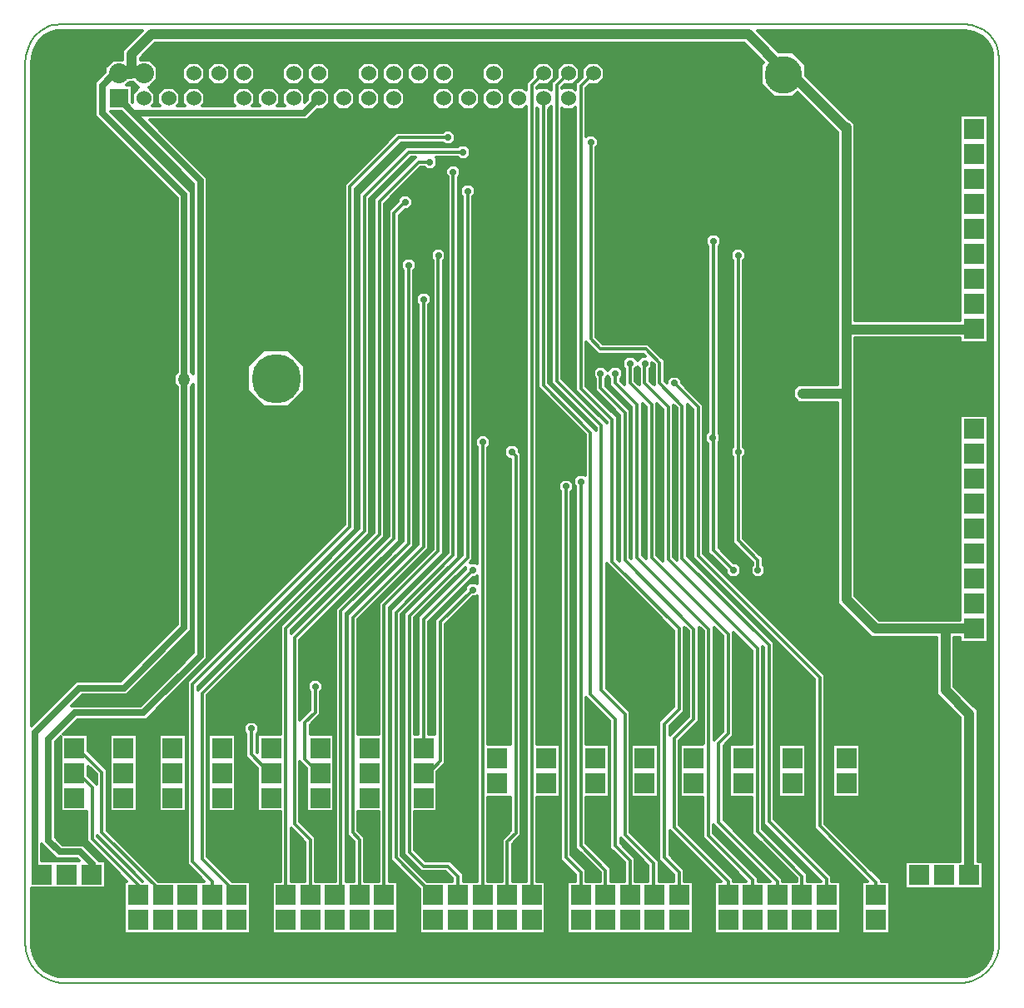
<source format=gbr>
G04 PROTEUS RS274X GERBER FILE*
%FSLAX45Y45*%
%MOMM*%
G01*
%ADD12C,1.016000*%
%ADD10C,0.300000*%
%ADD11C,0.635000*%
%ADD13C,0.700000*%
%ADD14C,1.270000*%
%ADD15C,6.200000*%
%ADD16R,1.905000X1.905000*%
%ADD17C,1.524000*%
%ADD18C,2.032000*%
%ADD19C,5.000000*%
%ADD70C,2.000000*%
%ADD71R,2.032000X2.032000*%
%ADD20C,7.000000*%
%ADD28R,3.810000X3.810000*%
%ADD29C,3.810000*%
%ADD72C,0.203200*%
G36*
X+9659168Y-119558D02*
X+9713333Y-135958D01*
X+9761798Y-161878D01*
X+9803711Y-196290D01*
X+9838122Y-238202D01*
X+9864042Y-286667D01*
X+9880442Y-340832D01*
X+9886500Y-403082D01*
X+9886500Y-9398458D01*
X+9884706Y-9435377D01*
X+9879679Y-9469415D01*
X+9871525Y-9502018D01*
X+9860409Y-9533078D01*
X+9846489Y-9562479D01*
X+9830720Y-9588757D01*
X+9789257Y-9639257D01*
X+9738757Y-9680720D01*
X+9712479Y-9696489D01*
X+9683078Y-9710409D01*
X+9652018Y-9721525D01*
X+9619415Y-9729679D01*
X+9585377Y-9734706D01*
X+9548458Y-9736500D01*
X+451542Y-9736500D01*
X+414623Y-9734706D01*
X+380585Y-9729679D01*
X+347982Y-9721525D01*
X+316922Y-9710409D01*
X+287521Y-9696489D01*
X+261243Y-9680720D01*
X+210743Y-9639257D01*
X+169280Y-9588757D01*
X+153511Y-9562479D01*
X+139591Y-9533078D01*
X+128475Y-9502018D01*
X+120321Y-9469415D01*
X+115294Y-9435377D01*
X+113500Y-9398458D01*
X+113500Y-8839187D01*
X+866769Y-8839187D01*
X+866769Y-8555189D01*
X+799235Y-8555189D01*
X+635397Y-8391351D01*
X+428343Y-8391351D01*
X+356022Y-8319030D01*
X+356022Y-7346012D01*
X+406459Y-7295575D01*
X+406459Y-8059499D01*
X+673059Y-8059499D01*
X+673059Y-8356447D01*
X+1080113Y-8763501D01*
X+1056459Y-8763501D01*
X+1056459Y-9301499D01*
X+2340457Y-9301499D01*
X+2340457Y-8763501D01*
X+2150043Y-8763501D01*
X+1903857Y-8517315D01*
X+1903857Y-6874488D01*
X+3553857Y-5224488D01*
X+3553857Y-1822947D01*
X+3971405Y-1405399D01*
X+4014713Y-1405399D01*
X+3593059Y-1827053D01*
X+3593059Y-5217053D01*
X+2643059Y-6167053D01*
X+2643059Y-7267501D01*
X+2406459Y-7267501D01*
X+2406459Y-7455236D01*
X+2403857Y-7452634D01*
X+2403857Y-7264731D01*
X+2423857Y-7244731D01*
X+2423857Y-7182269D01*
X+2379689Y-7138101D01*
X+2317227Y-7138101D01*
X+2273059Y-7182269D01*
X+2273059Y-7244731D01*
X+2293059Y-7264731D01*
X+2293059Y-7498528D01*
X+2406459Y-7611928D01*
X+2406459Y-8059499D01*
X+2643059Y-8059499D01*
X+2643059Y-8763501D01*
X+2556459Y-8763501D01*
X+2556459Y-9301499D01*
X+3840457Y-9301499D01*
X+3840457Y-8763501D01*
X+3753857Y-8763501D01*
X+3753857Y-5982947D01*
X+4303857Y-5432947D01*
X+4303857Y-2452773D01*
X+4325399Y-2431231D01*
X+4325399Y-2368769D01*
X+4281231Y-2324601D01*
X+4218769Y-2324601D01*
X+4174601Y-2368769D01*
X+4174601Y-2431231D01*
X+4193059Y-2449689D01*
X+4193059Y-5387053D01*
X+3643059Y-5937053D01*
X+3643059Y-7267501D01*
X+3433857Y-7267501D01*
X+3433857Y-6102948D01*
X+4153857Y-5382948D01*
X+4153857Y-2902773D01*
X+4175399Y-2881231D01*
X+4175399Y-2818769D01*
X+4131231Y-2774601D01*
X+4068769Y-2774601D01*
X+4024601Y-2818769D01*
X+4024601Y-2881231D01*
X+4043059Y-2899689D01*
X+4043059Y-5337054D01*
X+3323059Y-6057054D01*
X+3323059Y-8294138D01*
X+3393059Y-8364138D01*
X+3393059Y-8763501D01*
X+3313857Y-8763501D01*
X+3313857Y-6042948D01*
X+4003857Y-5352948D01*
X+4003857Y-2552773D01*
X+4025399Y-2531231D01*
X+4025399Y-2468769D01*
X+3981231Y-2424601D01*
X+3918769Y-2424601D01*
X+3874601Y-2468769D01*
X+3874601Y-2531231D01*
X+3893059Y-2549689D01*
X+3893059Y-5307054D01*
X+3203059Y-5997054D01*
X+3203059Y-8763501D01*
X+3003857Y-8763501D01*
X+3003857Y-8321129D01*
X+2843857Y-8161129D01*
X+2843857Y-7551159D01*
X+2906459Y-7613761D01*
X+2906459Y-8059499D01*
X+3190457Y-8059499D01*
X+3190457Y-7267501D01*
X+2947112Y-7267501D01*
X+2947112Y-7176459D01*
X+3020226Y-7103345D01*
X+3021768Y-7103345D01*
X+3054220Y-7070893D01*
X+3054220Y-6835677D01*
X+3074220Y-6815677D01*
X+3074220Y-6753215D01*
X+3030052Y-6709047D01*
X+2967590Y-6709047D01*
X+2923422Y-6753215D01*
X+2923422Y-6815677D01*
X+2943422Y-6835677D01*
X+2943422Y-7023457D01*
X+2843857Y-7123022D01*
X+2843857Y-6312947D01*
X+3853857Y-5302947D01*
X+3853857Y-1991141D01*
X+3913081Y-1931917D01*
X+3942907Y-1931917D01*
X+3987075Y-1887749D01*
X+3987075Y-1825287D01*
X+3942907Y-1781119D01*
X+3880445Y-1781119D01*
X+3836277Y-1825287D01*
X+3836277Y-1852029D01*
X+3743059Y-1945247D01*
X+3743059Y-5257053D01*
X+2753857Y-6246255D01*
X+2753857Y-6212947D01*
X+3703857Y-5262947D01*
X+3703857Y-1872947D01*
X+4070250Y-1506554D01*
X+4113319Y-1506554D01*
X+4133319Y-1526554D01*
X+4195781Y-1526554D01*
X+4239949Y-1482386D01*
X+4239949Y-1419924D01*
X+4225424Y-1405399D01*
X+4448769Y-1405399D01*
X+4468769Y-1425399D01*
X+4531231Y-1425399D01*
X+4575399Y-1381231D01*
X+4575399Y-1318769D01*
X+4531231Y-1274601D01*
X+4468769Y-1274601D01*
X+4448769Y-1294601D01*
X+3925511Y-1294601D01*
X+3443059Y-1777053D01*
X+3443059Y-5178594D01*
X+1803857Y-6817796D01*
X+1803857Y-6782947D01*
X+3403857Y-5182947D01*
X+3403857Y-1722947D01*
X+3871405Y-1255399D01*
X+4298769Y-1255399D01*
X+4318769Y-1275399D01*
X+4381231Y-1275399D01*
X+4425399Y-1231231D01*
X+4425399Y-1168769D01*
X+4381231Y-1124601D01*
X+4318769Y-1124601D01*
X+4298769Y-1144601D01*
X+3825511Y-1144601D01*
X+3293059Y-1677053D01*
X+3293059Y-5137053D01*
X+1693059Y-6737053D01*
X+1693059Y-8586447D01*
X+1870113Y-8763501D01*
X+1400051Y-8763501D01*
X+883857Y-8247307D01*
X+883857Y-7633242D01*
X+690457Y-7439842D01*
X+690457Y-7267501D01*
X+434533Y-7267501D01*
X+579885Y-7122149D01*
X+1279885Y-7122149D01*
X+1901009Y-6501025D01*
X+1901009Y-1610517D01*
X+1312641Y-1022149D01*
X+2915885Y-1022149D01*
X+3017435Y-920599D01*
X+3080297Y-920599D01*
X+3148599Y-852297D01*
X+3148599Y-755703D01*
X+3080297Y-687401D01*
X+2983703Y-687401D01*
X+2915401Y-755703D01*
X+2915401Y-818565D01*
X+2894599Y-839367D01*
X+2894599Y-755703D01*
X+2826297Y-687401D01*
X+2729703Y-687401D01*
X+2661401Y-755703D01*
X+2661401Y-852297D01*
X+2686955Y-877851D01*
X+2615045Y-877851D01*
X+2640599Y-852297D01*
X+2640599Y-755703D01*
X+2572297Y-687401D01*
X+2475703Y-687401D01*
X+2407401Y-755703D01*
X+2407401Y-852297D01*
X+2432955Y-877851D01*
X+2361045Y-877851D01*
X+2386599Y-852297D01*
X+2386599Y-755703D01*
X+2318297Y-687401D01*
X+2221703Y-687401D01*
X+2153401Y-755703D01*
X+2153401Y-852297D01*
X+2178955Y-877851D01*
X+1853045Y-877851D01*
X+1878599Y-852297D01*
X+1878599Y-755703D01*
X+1810297Y-687401D01*
X+1713703Y-687401D01*
X+1645401Y-755703D01*
X+1645401Y-852297D01*
X+1670955Y-877851D01*
X+1599045Y-877851D01*
X+1624599Y-852297D01*
X+1624599Y-755703D01*
X+1556297Y-687401D01*
X+1459703Y-687401D01*
X+1391401Y-755703D01*
X+1391401Y-852297D01*
X+1416955Y-877851D01*
X+1345045Y-877851D01*
X+1370599Y-852297D01*
X+1370599Y-755703D01*
X+1306895Y-691999D01*
X+1312818Y-691999D01*
X+1395999Y-608818D01*
X+1395999Y-491182D01*
X+1312818Y-408001D01*
X+1220064Y-408001D01*
X+1220064Y-391614D01*
X+1370479Y-241199D01*
X+7362225Y-241199D01*
X+7556243Y-435217D01*
X+7527101Y-464359D01*
X+7527101Y-655641D01*
X+7662359Y-790899D01*
X+7853641Y-790899D01*
X+7902783Y-741757D01*
X+8308801Y-1147776D01*
X+8308801Y-3712801D01*
X+7912224Y-3712801D01*
X+7858801Y-3766224D01*
X+7858801Y-3841776D01*
X+7912224Y-3895199D01*
X+8308801Y-3895199D01*
X+8308801Y-5937776D01*
X+8362225Y-5991199D01*
X+8658225Y-6287199D01*
X+9314662Y-6287199D01*
X+9314662Y-6860262D01*
X+9555259Y-7100859D01*
X+9555259Y-8561501D01*
X+8996459Y-8561501D01*
X+8996459Y-8845499D01*
X+9788457Y-8845499D01*
X+9788457Y-8561501D01*
X+9737657Y-8561501D01*
X+9737657Y-7025309D01*
X+9497060Y-6784712D01*
X+9497060Y-6287199D01*
X+9558001Y-6287199D01*
X+9558001Y-6337999D01*
X+9841999Y-6337999D01*
X+9841999Y-4022001D01*
X+9558001Y-4022001D01*
X+9558001Y-6104801D01*
X+8733775Y-6104801D01*
X+8491199Y-5862225D01*
X+8491199Y-3241199D01*
X+9558001Y-3241199D01*
X+9558001Y-3287999D01*
X+9841999Y-3287999D01*
X+9841999Y-972001D01*
X+9558001Y-972001D01*
X+9558001Y-3058801D01*
X+8491199Y-3058801D01*
X+8491199Y-1062224D01*
X+8437776Y-1008801D01*
X+8427775Y-1008801D01*
X+7988899Y-569925D01*
X+7988899Y-464359D01*
X+7853641Y-329101D01*
X+7708075Y-329101D01*
X+7492474Y-113500D01*
X+9596918Y-113500D01*
X+9659168Y-119558D01*
G37*
%LPC*%
G36*
X+6147500Y-1563168D02*
X+6147500Y-1436832D01*
X+6236832Y-1347500D01*
X+6363168Y-1347500D01*
X+6452500Y-1436832D01*
X+6452500Y-1563168D01*
X+6363168Y-1652500D01*
X+6236832Y-1652500D01*
X+6147500Y-1563168D01*
G37*
G36*
X+1950200Y-831255D02*
X+1950200Y-776745D01*
X+1988745Y-738200D01*
X+2043255Y-738200D01*
X+2081800Y-776745D01*
X+2081800Y-831255D01*
X+2043255Y-869800D01*
X+1988745Y-869800D01*
X+1950200Y-831255D01*
G37*
G36*
X+3169401Y-852297D02*
X+3169401Y-755703D01*
X+3237703Y-687401D01*
X+3334297Y-687401D01*
X+3402599Y-755703D01*
X+3402599Y-852297D01*
X+3334297Y-920599D01*
X+3237703Y-920599D01*
X+3169401Y-852297D01*
G37*
G36*
X+3423401Y-852297D02*
X+3423401Y-755703D01*
X+3491703Y-687401D01*
X+3588297Y-687401D01*
X+3656599Y-755703D01*
X+3656599Y-852297D01*
X+3588297Y-920599D01*
X+3491703Y-920599D01*
X+3423401Y-852297D01*
G37*
G36*
X+3677401Y-852297D02*
X+3677401Y-755703D01*
X+3745703Y-687401D01*
X+3842297Y-687401D01*
X+3910599Y-755703D01*
X+3910599Y-852297D01*
X+3842297Y-920599D01*
X+3745703Y-920599D01*
X+3677401Y-852297D01*
G37*
G36*
X+3982200Y-831255D02*
X+3982200Y-776745D01*
X+4020745Y-738200D01*
X+4075255Y-738200D01*
X+4113800Y-776745D01*
X+4113800Y-831255D01*
X+4075255Y-869800D01*
X+4020745Y-869800D01*
X+3982200Y-831255D01*
G37*
G36*
X+4185401Y-852297D02*
X+4185401Y-755703D01*
X+4253703Y-687401D01*
X+4350297Y-687401D01*
X+4418599Y-755703D01*
X+4418599Y-852297D01*
X+4350297Y-920599D01*
X+4253703Y-920599D01*
X+4185401Y-852297D01*
G37*
G36*
X+4439401Y-852297D02*
X+4439401Y-755703D01*
X+4507703Y-687401D01*
X+4604297Y-687401D01*
X+4672599Y-755703D01*
X+4672599Y-852297D01*
X+4604297Y-920599D01*
X+4507703Y-920599D01*
X+4439401Y-852297D01*
G37*
G36*
X+4693401Y-852297D02*
X+4693401Y-755703D01*
X+4761703Y-687401D01*
X+4858297Y-687401D01*
X+4926599Y-755703D01*
X+4926599Y-852297D01*
X+4858297Y-920599D01*
X+4761703Y-920599D01*
X+4693401Y-852297D01*
G37*
G36*
X+5942599Y-501703D02*
X+5942599Y-598297D01*
X+5874297Y-666599D01*
X+5786205Y-666599D01*
X+5755399Y-697405D01*
X+5755399Y-1187971D01*
X+5768769Y-1174601D01*
X+5831231Y-1174601D01*
X+5875399Y-1218769D01*
X+5875399Y-1281231D01*
X+5855399Y-1301231D01*
X+5855399Y-3227053D01*
X+5922947Y-3294601D01*
X+6381405Y-3294601D01*
X+6553857Y-3467053D01*
X+6553857Y-3677053D01*
X+6574601Y-3697797D01*
X+6574601Y-3668769D01*
X+6618769Y-3624601D01*
X+6681231Y-3624601D01*
X+6725399Y-3668769D01*
X+6725399Y-3698595D01*
X+6948458Y-3921654D01*
X+6948458Y-5431654D01*
X+8183651Y-6666847D01*
X+8183651Y-8180347D01*
X+8753857Y-8750553D01*
X+8753857Y-8763501D01*
X+8840457Y-8763501D01*
X+8840457Y-9301499D01*
X+8556459Y-9301499D01*
X+8556459Y-8763501D01*
X+8610113Y-8763501D01*
X+8072853Y-8226241D01*
X+8072853Y-6712741D01*
X+6837660Y-5477548D01*
X+6837660Y-3967548D01*
X+6783857Y-3913745D01*
X+6783857Y-5457053D01*
X+7668319Y-6341515D01*
X+7668319Y-8135014D01*
X+8253857Y-8720552D01*
X+8253857Y-8763501D01*
X+8340457Y-8763501D01*
X+8340457Y-9301499D01*
X+7056459Y-9301499D01*
X+7056459Y-8763501D01*
X+7120113Y-8763501D01*
X+6603857Y-8247245D01*
X+6603857Y-8500553D01*
X+6753857Y-8650553D01*
X+6753857Y-8763501D01*
X+6840457Y-8763501D01*
X+6840457Y-9301499D01*
X+5556459Y-9301499D01*
X+5556459Y-8763501D01*
X+5643059Y-8763501D01*
X+5643059Y-8696447D01*
X+5493059Y-8546447D01*
X+5493059Y-4799689D01*
X+5474601Y-4781231D01*
X+5474601Y-4718769D01*
X+5518769Y-4674601D01*
X+5581231Y-4674601D01*
X+5624601Y-4717971D01*
X+5624601Y-4668769D01*
X+5668769Y-4624601D01*
X+5731231Y-4624601D01*
X+5743059Y-4636429D01*
X+5743059Y-4222947D01*
X+5261059Y-3740947D01*
X+5261059Y-911955D01*
X+5254933Y-905829D01*
X+5254933Y-2821905D01*
X+5253857Y-2822981D01*
X+5253857Y-7371501D01*
X+5490457Y-7371501D01*
X+5490457Y-7909499D01*
X+5253857Y-7909499D01*
X+5253857Y-8763501D01*
X+5340457Y-8763501D01*
X+5340457Y-9301499D01*
X+4056459Y-9301499D01*
X+4056459Y-8841847D01*
X+3763059Y-8548447D01*
X+3763059Y-6007054D01*
X+4343059Y-5427054D01*
X+4343059Y-1599689D01*
X+4324601Y-1581231D01*
X+4324601Y-1518769D01*
X+4368769Y-1474601D01*
X+4431231Y-1474601D01*
X+4475399Y-1518769D01*
X+4475399Y-1581231D01*
X+4453857Y-1602773D01*
X+4453857Y-5472948D01*
X+3873857Y-6052948D01*
X+3873857Y-8502553D01*
X+4134805Y-8763501D01*
X+4393059Y-8763501D01*
X+4393059Y-8736447D01*
X+4325511Y-8668899D01*
X+4075511Y-8668899D01*
X+3898568Y-8491956D01*
X+3898568Y-6041544D01*
X+4493059Y-5447053D01*
X+4493059Y-1799689D01*
X+4474601Y-1781231D01*
X+4474601Y-1718769D01*
X+4518769Y-1674601D01*
X+4581231Y-1674601D01*
X+4625399Y-1718769D01*
X+4625399Y-1781231D01*
X+4603857Y-1802773D01*
X+4603857Y-5492947D01*
X+4572203Y-5524601D01*
X+4631231Y-5524601D01*
X+4643059Y-5536429D01*
X+4643059Y-4349689D01*
X+4624601Y-4331231D01*
X+4624601Y-4268769D01*
X+4668769Y-4224601D01*
X+4731231Y-4224601D01*
X+4775399Y-4268769D01*
X+4775399Y-4331231D01*
X+4753857Y-4352773D01*
X+4753857Y-7371501D01*
X+4983059Y-7371501D01*
X+4983059Y-4475399D01*
X+4968769Y-4475399D01*
X+4924601Y-4431231D01*
X+4924601Y-4368769D01*
X+4968769Y-4324601D01*
X+5031231Y-4324601D01*
X+5075399Y-4368769D01*
X+5075399Y-4398595D01*
X+5093857Y-4417053D01*
X+5093857Y-8296447D01*
X+5003857Y-8386447D01*
X+5003857Y-8763501D01*
X+5143059Y-8763501D01*
X+5143059Y-2777019D01*
X+5144135Y-2775943D01*
X+5144135Y-888761D01*
X+5112297Y-920599D01*
X+5015703Y-920599D01*
X+4947401Y-852297D01*
X+4947401Y-755703D01*
X+5015703Y-687401D01*
X+5112297Y-687401D01*
X+5144135Y-719239D01*
X+5144135Y-643977D01*
X+5201401Y-586711D01*
X+5201401Y-501703D01*
X+5269703Y-433401D01*
X+5366297Y-433401D01*
X+5434599Y-501703D01*
X+5434599Y-598297D01*
X+5366297Y-666599D01*
X+5278205Y-666599D01*
X+5254933Y-689871D01*
X+5254933Y-702171D01*
X+5269703Y-687401D01*
X+5366297Y-687401D01*
X+5398494Y-719598D01*
X+5398494Y-643618D01*
X+5455401Y-586711D01*
X+5455401Y-501703D01*
X+5523703Y-433401D01*
X+5620297Y-433401D01*
X+5688599Y-501703D01*
X+5688599Y-598297D01*
X+5620297Y-666599D01*
X+5532205Y-666599D01*
X+5509292Y-689512D01*
X+5509292Y-701812D01*
X+5523703Y-687401D01*
X+5620297Y-687401D01*
X+5644601Y-711705D01*
X+5644601Y-651511D01*
X+5709401Y-586711D01*
X+5709401Y-501703D01*
X+5777703Y-433401D01*
X+5874297Y-433401D01*
X+5942599Y-501703D01*
G37*
G36*
X+5760200Y-831255D02*
X+5760200Y-776745D01*
X+5798745Y-738200D01*
X+5853255Y-738200D01*
X+5891800Y-776745D01*
X+5891800Y-831255D01*
X+5853255Y-869800D01*
X+5798745Y-869800D01*
X+5760200Y-831255D01*
G37*
G36*
X+4998200Y-577255D02*
X+4998200Y-522745D01*
X+5036745Y-484200D01*
X+5091255Y-484200D01*
X+5129800Y-522745D01*
X+5129800Y-577255D01*
X+5091255Y-615800D01*
X+5036745Y-615800D01*
X+4998200Y-577255D01*
G37*
G36*
X+4693401Y-598297D02*
X+4693401Y-501703D01*
X+4761703Y-433401D01*
X+4858297Y-433401D01*
X+4926599Y-501703D01*
X+4926599Y-598297D01*
X+4858297Y-666599D01*
X+4761703Y-666599D01*
X+4693401Y-598297D01*
G37*
G36*
X+4490200Y-577255D02*
X+4490200Y-522745D01*
X+4528745Y-484200D01*
X+4583255Y-484200D01*
X+4621800Y-522745D01*
X+4621800Y-577255D01*
X+4583255Y-615800D01*
X+4528745Y-615800D01*
X+4490200Y-577255D01*
G37*
G36*
X+4185401Y-598297D02*
X+4185401Y-501703D01*
X+4253703Y-433401D01*
X+4350297Y-433401D01*
X+4418599Y-501703D01*
X+4418599Y-598297D01*
X+4350297Y-666599D01*
X+4253703Y-666599D01*
X+4185401Y-598297D01*
G37*
G36*
X+3931401Y-598297D02*
X+3931401Y-501703D01*
X+3999703Y-433401D01*
X+4096297Y-433401D01*
X+4164599Y-501703D01*
X+4164599Y-598297D01*
X+4096297Y-666599D01*
X+3999703Y-666599D01*
X+3931401Y-598297D01*
G37*
G36*
X+3677401Y-598297D02*
X+3677401Y-501703D01*
X+3745703Y-433401D01*
X+3842297Y-433401D01*
X+3910599Y-501703D01*
X+3910599Y-598297D01*
X+3842297Y-666599D01*
X+3745703Y-666599D01*
X+3677401Y-598297D01*
G37*
G36*
X+3423401Y-598297D02*
X+3423401Y-501703D01*
X+3491703Y-433401D01*
X+3588297Y-433401D01*
X+3656599Y-501703D01*
X+3656599Y-598297D01*
X+3588297Y-666599D01*
X+3491703Y-666599D01*
X+3423401Y-598297D01*
G37*
G36*
X+3220200Y-577255D02*
X+3220200Y-522745D01*
X+3258745Y-484200D01*
X+3313255Y-484200D01*
X+3351800Y-522745D01*
X+3351800Y-577255D01*
X+3313255Y-615800D01*
X+3258745Y-615800D01*
X+3220200Y-577255D01*
G37*
G36*
X+2915401Y-598297D02*
X+2915401Y-501703D01*
X+2983703Y-433401D01*
X+3080297Y-433401D01*
X+3148599Y-501703D01*
X+3148599Y-598297D01*
X+3080297Y-666599D01*
X+2983703Y-666599D01*
X+2915401Y-598297D01*
G37*
G36*
X+2661401Y-598297D02*
X+2661401Y-501703D01*
X+2729703Y-433401D01*
X+2826297Y-433401D01*
X+2894599Y-501703D01*
X+2894599Y-598297D01*
X+2826297Y-666599D01*
X+2729703Y-666599D01*
X+2661401Y-598297D01*
G37*
G36*
X+2458200Y-577255D02*
X+2458200Y-522745D01*
X+2496745Y-484200D01*
X+2551255Y-484200D01*
X+2589800Y-522745D01*
X+2589800Y-577255D01*
X+2551255Y-615800D01*
X+2496745Y-615800D01*
X+2458200Y-577255D01*
G37*
G36*
X+2153401Y-598297D02*
X+2153401Y-501703D01*
X+2221703Y-433401D01*
X+2318297Y-433401D01*
X+2386599Y-501703D01*
X+2386599Y-598297D01*
X+2318297Y-666599D01*
X+2221703Y-666599D01*
X+2153401Y-598297D01*
G37*
G36*
X+1899401Y-598297D02*
X+1899401Y-501703D01*
X+1967703Y-433401D01*
X+2064297Y-433401D01*
X+2132599Y-501703D01*
X+2132599Y-598297D01*
X+2064297Y-666599D01*
X+1967703Y-666599D01*
X+1899401Y-598297D01*
G37*
G36*
X+1645401Y-598297D02*
X+1645401Y-501703D01*
X+1713703Y-433401D01*
X+1810297Y-433401D01*
X+1878599Y-501703D01*
X+1878599Y-598297D01*
X+1810297Y-666599D01*
X+1713703Y-666599D01*
X+1645401Y-598297D01*
G37*
G36*
X+1442200Y-577255D02*
X+1442200Y-522745D01*
X+1480745Y-484200D01*
X+1535255Y-484200D01*
X+1573800Y-522745D01*
X+1573800Y-577255D01*
X+1535255Y-615800D01*
X+1480745Y-615800D01*
X+1442200Y-577255D01*
G37*
G36*
X+2720287Y-3940399D02*
X+2479713Y-3940399D01*
X+2309601Y-3770287D01*
X+2309601Y-3529713D01*
X+2479713Y-3359601D01*
X+2720287Y-3359601D01*
X+2890399Y-3529713D01*
X+2890399Y-3770287D01*
X+2720287Y-3940399D01*
G37*
G36*
X+2237279Y-3740000D02*
X+2162721Y-3740000D01*
X+2110000Y-3687279D01*
X+2110000Y-3612721D01*
X+2162721Y-3560000D01*
X+2237279Y-3560000D01*
X+2290000Y-3612721D01*
X+2290000Y-3687279D01*
X+2237279Y-3740000D01*
G37*
G36*
X+575713Y-8237300D02*
X+521203Y-8237300D01*
X+482658Y-8198755D01*
X+482658Y-8144245D01*
X+521203Y-8105700D01*
X+575713Y-8105700D01*
X+614258Y-8144245D01*
X+614258Y-8198755D01*
X+575713Y-8237300D01*
G37*
G36*
X+1075713Y-8237300D02*
X+1021203Y-8237300D01*
X+982658Y-8198755D01*
X+982658Y-8144245D01*
X+1021203Y-8105700D01*
X+1075713Y-8105700D01*
X+1114258Y-8144245D01*
X+1114258Y-8198755D01*
X+1075713Y-8237300D01*
G37*
G36*
X+1190457Y-7551499D02*
X+1190457Y-8059499D01*
X+906459Y-8059499D01*
X+906459Y-7267501D01*
X+1190457Y-7267501D01*
X+1190457Y-7551499D01*
G37*
G36*
X+1575713Y-8237300D02*
X+1521203Y-8237300D01*
X+1482658Y-8198755D01*
X+1482658Y-8144245D01*
X+1521203Y-8105700D01*
X+1575713Y-8105700D01*
X+1614258Y-8144245D01*
X+1614258Y-8198755D01*
X+1575713Y-8237300D01*
G37*
G36*
X+1690457Y-7551499D02*
X+1690457Y-8059499D01*
X+1406459Y-8059499D01*
X+1406459Y-7267501D01*
X+1690457Y-7267501D01*
X+1690457Y-7551499D01*
G37*
G36*
X+2075713Y-8237300D02*
X+2021203Y-8237300D01*
X+1982658Y-8198755D01*
X+1982658Y-8144245D01*
X+2021203Y-8105700D01*
X+2075713Y-8105700D01*
X+2114258Y-8144245D01*
X+2114258Y-8198755D01*
X+2075713Y-8237300D01*
G37*
G36*
X+2190457Y-7551499D02*
X+2190457Y-8059499D01*
X+1906459Y-8059499D01*
X+1906459Y-7267501D01*
X+2190457Y-7267501D01*
X+2190457Y-7551499D01*
G37*
G36*
X+2575713Y-8237300D02*
X+2521203Y-8237300D01*
X+2482658Y-8198755D01*
X+2482658Y-8144245D01*
X+2521203Y-8105700D01*
X+2575713Y-8105700D01*
X+2614258Y-8144245D01*
X+2614258Y-8198755D01*
X+2575713Y-8237300D01*
G37*
G36*
X+3075713Y-8237300D02*
X+3021203Y-8237300D01*
X+2982658Y-8198755D01*
X+2982658Y-8144245D01*
X+3021203Y-8105700D01*
X+3075713Y-8105700D01*
X+3114258Y-8144245D01*
X+3114258Y-8198755D01*
X+3075713Y-8237300D01*
G37*
G36*
X+5375713Y-8087300D02*
X+5321203Y-8087300D01*
X+5282658Y-8048755D01*
X+5282658Y-7994245D01*
X+5321203Y-7955700D01*
X+5375713Y-7955700D01*
X+5414258Y-7994245D01*
X+5414258Y-8048755D01*
X+5375713Y-8087300D01*
G37*
G36*
X+7875713Y-8087300D02*
X+7821203Y-8087300D01*
X+7782658Y-8048755D01*
X+7782658Y-7994245D01*
X+7821203Y-7955700D01*
X+7875713Y-7955700D01*
X+7914258Y-7994245D01*
X+7914258Y-8048755D01*
X+7875713Y-8087300D01*
G37*
G36*
X+7990457Y-7655499D02*
X+7990457Y-7909499D01*
X+7706459Y-7909499D01*
X+7706459Y-7371501D01*
X+7990457Y-7371501D01*
X+7990457Y-7655499D01*
G37*
G36*
X+8425713Y-8087300D02*
X+8371203Y-8087300D01*
X+8332658Y-8048755D01*
X+8332658Y-7994245D01*
X+8371203Y-7955700D01*
X+8425713Y-7955700D01*
X+8464258Y-7994245D01*
X+8464258Y-8048755D01*
X+8425713Y-8087300D01*
G37*
G36*
X+8540457Y-7655499D02*
X+8540457Y-7909499D01*
X+8256459Y-7909499D01*
X+8256459Y-7371501D01*
X+8540457Y-7371501D01*
X+8540457Y-7655499D01*
G37*
G36*
X+1225713Y-9479300D02*
X+1171203Y-9479300D01*
X+1132658Y-9440755D01*
X+1132658Y-9386245D01*
X+1171203Y-9347700D01*
X+1225713Y-9347700D01*
X+1264258Y-9386245D01*
X+1264258Y-9440755D01*
X+1225713Y-9479300D01*
G37*
G36*
X+1475713Y-9479300D02*
X+1421203Y-9479300D01*
X+1382658Y-9440755D01*
X+1382658Y-9386245D01*
X+1421203Y-9347700D01*
X+1475713Y-9347700D01*
X+1514258Y-9386245D01*
X+1514258Y-9440755D01*
X+1475713Y-9479300D01*
G37*
G36*
X+1725713Y-9479300D02*
X+1671203Y-9479300D01*
X+1632658Y-9440755D01*
X+1632658Y-9386245D01*
X+1671203Y-9347700D01*
X+1725713Y-9347700D01*
X+1764258Y-9386245D01*
X+1764258Y-9440755D01*
X+1725713Y-9479300D01*
G37*
G36*
X+1975713Y-9479300D02*
X+1921203Y-9479300D01*
X+1882658Y-9440755D01*
X+1882658Y-9386245D01*
X+1921203Y-9347700D01*
X+1975713Y-9347700D01*
X+2014258Y-9386245D01*
X+2014258Y-9440755D01*
X+1975713Y-9479300D01*
G37*
G36*
X+2225713Y-9479300D02*
X+2171203Y-9479300D01*
X+2132658Y-9440755D01*
X+2132658Y-9386245D01*
X+2171203Y-9347700D01*
X+2225713Y-9347700D01*
X+2264258Y-9386245D01*
X+2264258Y-9440755D01*
X+2225713Y-9479300D01*
G37*
G36*
X+2725713Y-9479300D02*
X+2671203Y-9479300D01*
X+2632658Y-9440755D01*
X+2632658Y-9386245D01*
X+2671203Y-9347700D01*
X+2725713Y-9347700D01*
X+2764258Y-9386245D01*
X+2764258Y-9440755D01*
X+2725713Y-9479300D01*
G37*
G36*
X+2975713Y-9479300D02*
X+2921203Y-9479300D01*
X+2882658Y-9440755D01*
X+2882658Y-9386245D01*
X+2921203Y-9347700D01*
X+2975713Y-9347700D01*
X+3014258Y-9386245D01*
X+3014258Y-9440755D01*
X+2975713Y-9479300D01*
G37*
G36*
X+3225713Y-9479300D02*
X+3171203Y-9479300D01*
X+3132658Y-9440755D01*
X+3132658Y-9386245D01*
X+3171203Y-9347700D01*
X+3225713Y-9347700D01*
X+3264258Y-9386245D01*
X+3264258Y-9440755D01*
X+3225713Y-9479300D01*
G37*
G36*
X+3475713Y-9479300D02*
X+3421203Y-9479300D01*
X+3382658Y-9440755D01*
X+3382658Y-9386245D01*
X+3421203Y-9347700D01*
X+3475713Y-9347700D01*
X+3514258Y-9386245D01*
X+3514258Y-9440755D01*
X+3475713Y-9479300D01*
G37*
G36*
X+3725713Y-9479300D02*
X+3671203Y-9479300D01*
X+3632658Y-9440755D01*
X+3632658Y-9386245D01*
X+3671203Y-9347700D01*
X+3725713Y-9347700D01*
X+3764258Y-9386245D01*
X+3764258Y-9440755D01*
X+3725713Y-9479300D01*
G37*
G36*
X+4225713Y-9479300D02*
X+4171203Y-9479300D01*
X+4132658Y-9440755D01*
X+4132658Y-9386245D01*
X+4171203Y-9347700D01*
X+4225713Y-9347700D01*
X+4264258Y-9386245D01*
X+4264258Y-9440755D01*
X+4225713Y-9479300D01*
G37*
G36*
X+4475713Y-9479300D02*
X+4421203Y-9479300D01*
X+4382658Y-9440755D01*
X+4382658Y-9386245D01*
X+4421203Y-9347700D01*
X+4475713Y-9347700D01*
X+4514258Y-9386245D01*
X+4514258Y-9440755D01*
X+4475713Y-9479300D01*
G37*
G36*
X+4725713Y-9479300D02*
X+4671203Y-9479300D01*
X+4632658Y-9440755D01*
X+4632658Y-9386245D01*
X+4671203Y-9347700D01*
X+4725713Y-9347700D01*
X+4764258Y-9386245D01*
X+4764258Y-9440755D01*
X+4725713Y-9479300D01*
G37*
G36*
X+4975713Y-9479300D02*
X+4921203Y-9479300D01*
X+4882658Y-9440755D01*
X+4882658Y-9386245D01*
X+4921203Y-9347700D01*
X+4975713Y-9347700D01*
X+5014258Y-9386245D01*
X+5014258Y-9440755D01*
X+4975713Y-9479300D01*
G37*
G36*
X+5225713Y-9479300D02*
X+5171203Y-9479300D01*
X+5132658Y-9440755D01*
X+5132658Y-9386245D01*
X+5171203Y-9347700D01*
X+5225713Y-9347700D01*
X+5264258Y-9386245D01*
X+5264258Y-9440755D01*
X+5225713Y-9479300D01*
G37*
G36*
X+5725713Y-9479300D02*
X+5671203Y-9479300D01*
X+5632658Y-9440755D01*
X+5632658Y-9386245D01*
X+5671203Y-9347700D01*
X+5725713Y-9347700D01*
X+5764258Y-9386245D01*
X+5764258Y-9440755D01*
X+5725713Y-9479300D01*
G37*
G36*
X+5975713Y-9479300D02*
X+5921203Y-9479300D01*
X+5882658Y-9440755D01*
X+5882658Y-9386245D01*
X+5921203Y-9347700D01*
X+5975713Y-9347700D01*
X+6014258Y-9386245D01*
X+6014258Y-9440755D01*
X+5975713Y-9479300D01*
G37*
G36*
X+6225713Y-9479300D02*
X+6171203Y-9479300D01*
X+6132658Y-9440755D01*
X+6132658Y-9386245D01*
X+6171203Y-9347700D01*
X+6225713Y-9347700D01*
X+6264258Y-9386245D01*
X+6264258Y-9440755D01*
X+6225713Y-9479300D01*
G37*
G36*
X+6475713Y-9479300D02*
X+6421203Y-9479300D01*
X+6382658Y-9440755D01*
X+6382658Y-9386245D01*
X+6421203Y-9347700D01*
X+6475713Y-9347700D01*
X+6514258Y-9386245D01*
X+6514258Y-9440755D01*
X+6475713Y-9479300D01*
G37*
G36*
X+6725713Y-9479300D02*
X+6671203Y-9479300D01*
X+6632658Y-9440755D01*
X+6632658Y-9386245D01*
X+6671203Y-9347700D01*
X+6725713Y-9347700D01*
X+6764258Y-9386245D01*
X+6764258Y-9440755D01*
X+6725713Y-9479300D01*
G37*
G36*
X+7225713Y-9479300D02*
X+7171203Y-9479300D01*
X+7132658Y-9440755D01*
X+7132658Y-9386245D01*
X+7171203Y-9347700D01*
X+7225713Y-9347700D01*
X+7264258Y-9386245D01*
X+7264258Y-9440755D01*
X+7225713Y-9479300D01*
G37*
G36*
X+7475713Y-9479300D02*
X+7421203Y-9479300D01*
X+7382658Y-9440755D01*
X+7382658Y-9386245D01*
X+7421203Y-9347700D01*
X+7475713Y-9347700D01*
X+7514258Y-9386245D01*
X+7514258Y-9440755D01*
X+7475713Y-9479300D01*
G37*
G36*
X+7725713Y-9479300D02*
X+7671203Y-9479300D01*
X+7632658Y-9440755D01*
X+7632658Y-9386245D01*
X+7671203Y-9347700D01*
X+7725713Y-9347700D01*
X+7764258Y-9386245D01*
X+7764258Y-9440755D01*
X+7725713Y-9479300D01*
G37*
G36*
X+7975713Y-9479300D02*
X+7921203Y-9479300D01*
X+7882658Y-9440755D01*
X+7882658Y-9386245D01*
X+7921203Y-9347700D01*
X+7975713Y-9347700D01*
X+8014258Y-9386245D01*
X+8014258Y-9440755D01*
X+7975713Y-9479300D01*
G37*
G36*
X+8225713Y-9479300D02*
X+8171203Y-9479300D01*
X+8132658Y-9440755D01*
X+8132658Y-9386245D01*
X+8171203Y-9347700D01*
X+8225713Y-9347700D01*
X+8264258Y-9386245D01*
X+8264258Y-9440755D01*
X+8225713Y-9479300D01*
G37*
G36*
X+8725713Y-9479300D02*
X+8671203Y-9479300D01*
X+8632658Y-9440755D01*
X+8632658Y-9386245D01*
X+8671203Y-9347700D01*
X+8725713Y-9347700D01*
X+8764258Y-9386245D01*
X+8764258Y-9440755D01*
X+8725713Y-9479300D01*
G37*
G36*
X+9727255Y-3465800D02*
X+9672745Y-3465800D01*
X+9634200Y-3427255D01*
X+9634200Y-3372745D01*
X+9672745Y-3334200D01*
X+9727255Y-3334200D01*
X+9765800Y-3372745D01*
X+9765800Y-3427255D01*
X+9727255Y-3465800D01*
G37*
G36*
X+9727255Y-6515800D02*
X+9672745Y-6515800D01*
X+9634200Y-6477255D01*
X+9634200Y-6422745D01*
X+9672745Y-6384200D01*
X+9727255Y-6384200D01*
X+9765800Y-6422745D01*
X+9765800Y-6477255D01*
X+9727255Y-6515800D01*
G37*
G36*
X+9375000Y-522487D02*
X+9375000Y-377513D01*
X+9477513Y-275000D01*
X+9622487Y-275000D01*
X+9725000Y-377513D01*
X+9725000Y-522487D01*
X+9622487Y-625000D01*
X+9477513Y-625000D01*
X+9375000Y-522487D01*
G37*
G36*
X+9375000Y-9472487D02*
X+9375000Y-9327513D01*
X+9477513Y-9225000D01*
X+9622487Y-9225000D01*
X+9725000Y-9327513D01*
X+9725000Y-9472487D01*
X+9622487Y-9575000D01*
X+9477513Y-9575000D01*
X+9375000Y-9472487D01*
G37*
G36*
X+275000Y-9472487D02*
X+275000Y-9327513D01*
X+377513Y-9225000D01*
X+522487Y-9225000D01*
X+625000Y-9327513D01*
X+625000Y-9472487D01*
X+522487Y-9575000D01*
X+377513Y-9575000D01*
X+275000Y-9472487D01*
G37*
G36*
X+7152450Y-600407D02*
X+7152450Y-519593D01*
X+7209593Y-462450D01*
X+7290407Y-462450D01*
X+7347550Y-519593D01*
X+7347550Y-600407D01*
X+7290407Y-657550D01*
X+7209593Y-657550D01*
X+7152450Y-600407D01*
G37*
G36*
X+7122748Y-2221420D02*
X+7122748Y-2283882D01*
X+7102748Y-2303882D01*
X+7102748Y-4211590D01*
X+7113383Y-4222225D01*
X+7113383Y-4284687D01*
X+7102748Y-4295322D01*
X+7102748Y-5374402D01*
X+7252947Y-5524601D01*
X+7281231Y-5524601D01*
X+7325399Y-5568769D01*
X+7325399Y-5631231D01*
X+7281231Y-5675399D01*
X+7218769Y-5675399D01*
X+7174601Y-5631231D01*
X+7174601Y-5602947D01*
X+6991950Y-5420296D01*
X+6991950Y-4314052D01*
X+6962585Y-4284687D01*
X+6962585Y-4222225D01*
X+6991950Y-4192860D01*
X+6991950Y-2303882D01*
X+6971950Y-2283882D01*
X+6971950Y-2221420D01*
X+7016118Y-2177252D01*
X+7078580Y-2177252D01*
X+7122748Y-2221420D01*
G37*
G36*
X+7375399Y-2368769D02*
X+7375399Y-2431231D01*
X+7355399Y-2451231D01*
X+7355399Y-4348769D01*
X+7375399Y-4368769D01*
X+7375399Y-4431231D01*
X+7355399Y-4451231D01*
X+7355399Y-5277052D01*
X+7555401Y-5477054D01*
X+7555401Y-5500002D01*
X+7555400Y-5548770D01*
X+7575399Y-5568769D01*
X+7575399Y-5631231D01*
X+7531231Y-5675399D01*
X+7468769Y-5675399D01*
X+7424601Y-5631231D01*
X+7424601Y-5568769D01*
X+7444602Y-5548768D01*
X+7444602Y-5522947D01*
X+7244601Y-5322946D01*
X+7244601Y-4451231D01*
X+7224601Y-4431231D01*
X+7224601Y-4368769D01*
X+7244601Y-4348769D01*
X+7244601Y-2451231D01*
X+7224601Y-2431231D01*
X+7224601Y-2368769D01*
X+7268769Y-2324601D01*
X+7331231Y-2324601D01*
X+7375399Y-2368769D01*
G37*
%LPD*%
G36*
X+5644601Y-3751542D02*
X+5644601Y-3774489D01*
X+5963059Y-4092947D01*
X+5963059Y-4106256D01*
X+5509292Y-3652489D01*
X+5509292Y-906188D01*
X+5523703Y-920599D01*
X+5620297Y-920599D01*
X+5644601Y-896295D01*
X+5644601Y-3751542D01*
G37*
G36*
X+5760827Y-3289173D02*
X+5877053Y-3405399D01*
X+6335511Y-3405399D01*
X+6354713Y-3424601D01*
X+6318769Y-3424601D01*
X+6275000Y-3468370D01*
X+6231231Y-3424601D01*
X+6168769Y-3424601D01*
X+6124601Y-3468769D01*
X+6124601Y-3531231D01*
X+6143059Y-3549689D01*
X+6143059Y-3716255D01*
X+6103857Y-3677053D01*
X+6103857Y-3652773D01*
X+6125399Y-3631231D01*
X+6125399Y-3568769D01*
X+6081231Y-3524601D01*
X+6018769Y-3524601D01*
X+5975000Y-3568370D01*
X+5931231Y-3524601D01*
X+5868769Y-3524601D01*
X+5824601Y-3568769D01*
X+5824601Y-3631231D01*
X+5843059Y-3649689D01*
X+5843059Y-3772947D01*
X+6093059Y-4022947D01*
X+6093059Y-5509759D01*
X+6073857Y-5490557D01*
X+6073857Y-4047053D01*
X+5755399Y-3728595D01*
X+5755399Y-3283745D01*
X+5760827Y-3289173D01*
G37*
G36*
X+6443059Y-3512947D02*
X+6443059Y-3716255D01*
X+6403857Y-3677053D01*
X+6403857Y-3552773D01*
X+6425399Y-3531231D01*
X+6425399Y-3495287D01*
X+6443059Y-3512947D01*
G37*
G36*
X+6293059Y-3549689D02*
X+6293059Y-3716255D01*
X+6253857Y-3677053D01*
X+6253857Y-3552773D01*
X+6275000Y-3531630D01*
X+6293059Y-3549689D01*
G37*
G36*
X+5398494Y-3675436D02*
X+5398494Y-3698383D01*
X+5853059Y-4152948D01*
X+5853059Y-4176255D01*
X+5371857Y-3695053D01*
X+5371857Y-915039D01*
X+5398494Y-888402D01*
X+5398494Y-3675436D01*
G37*
G36*
X+6363059Y-3942947D02*
X+6363059Y-5486255D01*
X+6323857Y-5447053D01*
X+6323857Y-3903745D01*
X+6363059Y-3942947D01*
G37*
G36*
X+5993059Y-3649689D02*
X+5993059Y-3722947D01*
X+6213059Y-3942947D01*
X+6213059Y-5486255D01*
X+6203857Y-5477053D01*
X+6203857Y-3977053D01*
X+5953857Y-3727053D01*
X+5953857Y-3652773D01*
X+5975000Y-3631630D01*
X+5993059Y-3649689D01*
G37*
G36*
X+6673059Y-3952947D02*
X+6673059Y-5496255D01*
X+6643857Y-5467053D01*
X+6643857Y-3923745D01*
X+6673059Y-3952947D01*
G37*
G36*
X+6533059Y-3962947D02*
X+6533059Y-5506255D01*
X+6473857Y-5447053D01*
X+6473857Y-3903745D01*
X+6533059Y-3962947D01*
G37*
G36*
X+4643059Y-5736429D02*
X+4631231Y-5724601D01*
X+4568769Y-5724601D01*
X+4524601Y-5768769D01*
X+4524601Y-5795511D01*
X+4213059Y-6107053D01*
X+4213059Y-7267501D01*
X+4153857Y-7267501D01*
X+4153857Y-6122947D01*
X+4601405Y-5675399D01*
X+4631231Y-5675399D01*
X+4643059Y-5663571D01*
X+4643059Y-5736429D01*
G37*
G36*
X+4524601Y-5595511D02*
X+4043059Y-6077053D01*
X+4043059Y-7267501D01*
X+4009366Y-7267501D01*
X+4009366Y-6087438D01*
X+4524601Y-5572203D01*
X+4524601Y-5595511D01*
G37*
G36*
X+6793059Y-6222947D02*
X+6793059Y-7090553D01*
X+6603857Y-7279755D01*
X+6603857Y-7186447D01*
X+6753857Y-7036447D01*
X+6753857Y-6183745D01*
X+6793059Y-6222947D01*
G37*
G36*
X+7143059Y-6272947D02*
X+7143059Y-7240553D01*
X+7053857Y-7329755D01*
X+7053857Y-6183745D01*
X+7143059Y-6272947D01*
G37*
G36*
X+7557521Y-6387409D02*
X+7557521Y-8180908D01*
X+8140114Y-8763501D01*
X+8003857Y-8763501D01*
X+8003857Y-8690552D01*
X+7550133Y-8236828D01*
X+7550133Y-6380021D01*
X+7557521Y-6387409D01*
G37*
G36*
X+7439335Y-6419223D02*
X+7439335Y-7371501D01*
X+7206459Y-7371501D01*
X+7206459Y-7909499D01*
X+7439335Y-7909499D01*
X+7439335Y-8282722D01*
X+7893059Y-8736446D01*
X+7893059Y-8763501D01*
X+7753857Y-8763501D01*
X+7753857Y-8740554D01*
X+7153857Y-8140554D01*
X+7153857Y-7386447D01*
X+7253857Y-7286447D01*
X+7253857Y-6233745D01*
X+7439335Y-6419223D01*
G37*
%LPC*%
G36*
X+7375713Y-8087300D02*
X+7321203Y-8087300D01*
X+7282658Y-8048755D01*
X+7282658Y-7994245D01*
X+7321203Y-7955700D01*
X+7375713Y-7955700D01*
X+7414258Y-7994245D01*
X+7414258Y-8048755D01*
X+7375713Y-8087300D01*
G37*
%LPD*%
G36*
X+7059285Y-8202674D02*
X+7620112Y-8763501D01*
X+7503857Y-8763501D01*
X+7503857Y-8730553D01*
X+7048402Y-8275098D01*
X+7048402Y-8191791D01*
X+7059285Y-8202674D01*
G37*
G36*
X+6943059Y-6222947D02*
X+6943059Y-7365784D01*
X+6937604Y-7371239D01*
X+6937604Y-7371501D01*
X+6706459Y-7371501D01*
X+6706459Y-7909499D01*
X+6937604Y-7909499D01*
X+6937604Y-8320992D01*
X+7380113Y-8763501D01*
X+7253857Y-8763501D01*
X+7253857Y-8740553D01*
X+6703857Y-8190553D01*
X+6703857Y-7336447D01*
X+6903857Y-7136447D01*
X+6903857Y-6183745D01*
X+6943059Y-6222947D01*
G37*
%LPC*%
G36*
X+6875713Y-8087300D02*
X+6821203Y-8087300D01*
X+6782658Y-8048755D01*
X+6782658Y-7994245D01*
X+6821203Y-7955700D01*
X+6875713Y-7955700D01*
X+6914258Y-7994245D01*
X+6914258Y-8048755D01*
X+6875713Y-8087300D01*
G37*
%LPD*%
G36*
X+5979285Y-5552677D02*
X+6643059Y-6216451D01*
X+6643059Y-6990553D01*
X+6493059Y-7140553D01*
X+6493059Y-8546447D01*
X+6643059Y-8696447D01*
X+6643059Y-8763501D01*
X+6493857Y-8763501D01*
X+6493857Y-8560553D01*
X+6203857Y-8270553D01*
X+6203857Y-7040553D01*
X+5963857Y-6800553D01*
X+5963857Y-5537249D01*
X+5979285Y-5552677D01*
G37*
%LPC*%
G36*
X+6147500Y-6363168D02*
X+6147500Y-6236832D01*
X+6236832Y-6147500D01*
X+6363168Y-6147500D01*
X+6452500Y-6236832D01*
X+6452500Y-6363168D01*
X+6363168Y-6452500D01*
X+6236832Y-6452500D01*
X+6147500Y-6363168D01*
G37*
G36*
X+6375713Y-8087300D02*
X+6321203Y-8087300D01*
X+6282658Y-8048755D01*
X+6282658Y-7994245D01*
X+6321203Y-7955700D01*
X+6375713Y-7955700D01*
X+6414258Y-7994245D01*
X+6414258Y-8048755D01*
X+6375713Y-8087300D01*
G37*
G36*
X+6490457Y-7655499D02*
X+6490457Y-7909499D01*
X+6206459Y-7909499D01*
X+6206459Y-7371501D01*
X+6490457Y-7371501D01*
X+6490457Y-7655499D01*
G37*
%LPD*%
G36*
X+6383059Y-8606447D02*
X+6383059Y-8763501D01*
X+6253857Y-8763501D01*
X+6253857Y-8530553D01*
X+6103857Y-8380553D01*
X+6103857Y-8327245D01*
X+6383059Y-8606447D01*
G37*
G36*
X+5993059Y-7136447D02*
X+5993059Y-8426447D01*
X+6143059Y-8576447D01*
X+6143059Y-8763501D01*
X+6003857Y-8763501D01*
X+6003857Y-8630553D01*
X+5753857Y-8380553D01*
X+5753857Y-7909499D01*
X+5990457Y-7909499D01*
X+5990457Y-7371501D01*
X+5753857Y-7371501D01*
X+5753857Y-6897245D01*
X+5993059Y-7136447D01*
G37*
%LPC*%
G36*
X+5875713Y-8087300D02*
X+5821203Y-8087300D01*
X+5782658Y-8048755D01*
X+5782658Y-7994245D01*
X+5821203Y-7955700D01*
X+5875713Y-7955700D01*
X+5914258Y-7994245D01*
X+5914258Y-8048755D01*
X+5875713Y-8087300D01*
G37*
%LPD*%
G36*
X+5643059Y-4749689D02*
X+5643059Y-8426447D01*
X+5893059Y-8676447D01*
X+5893059Y-8763501D01*
X+5753857Y-8763501D01*
X+5753857Y-8650553D01*
X+5603857Y-8500553D01*
X+5603857Y-4802773D01*
X+5625399Y-4781231D01*
X+5625399Y-4732029D01*
X+5643059Y-4749689D01*
G37*
G36*
X+4983059Y-8250553D02*
X+4893059Y-8340553D01*
X+4893059Y-8763501D01*
X+4753857Y-8763501D01*
X+4753857Y-7909499D01*
X+4983059Y-7909499D01*
X+4983059Y-8250553D01*
G37*
%LPC*%
G36*
X+4875713Y-8087300D02*
X+4821203Y-8087300D01*
X+4782658Y-8048755D01*
X+4782658Y-7994245D01*
X+4821203Y-7955700D01*
X+4875713Y-7955700D01*
X+4914258Y-7994245D01*
X+4914258Y-8048755D01*
X+4875713Y-8087300D01*
G37*
%LPD*%
G36*
X+4643059Y-8763501D02*
X+4503857Y-8763501D01*
X+4503857Y-8690553D01*
X+4371405Y-8558101D01*
X+4121405Y-8558101D01*
X+4009366Y-8446062D01*
X+4009366Y-8059499D01*
X+4240457Y-8059499D01*
X+4240457Y-7649847D01*
X+4323857Y-7566447D01*
X+4323857Y-6152947D01*
X+4601405Y-5875399D01*
X+4631231Y-5875399D01*
X+4643059Y-5863571D01*
X+4643059Y-8763501D01*
G37*
%LPC*%
G36*
X+4125713Y-8237300D02*
X+4071203Y-8237300D01*
X+4032658Y-8198755D01*
X+4032658Y-8144245D01*
X+4071203Y-8105700D01*
X+4125713Y-8105700D01*
X+4164258Y-8144245D01*
X+4164258Y-8198755D01*
X+4125713Y-8237300D01*
G37*
%LPD*%
G36*
X+1064378Y-289352D02*
X+1037666Y-316064D01*
X+1037666Y-408001D01*
X+941182Y-408001D01*
X+858001Y-491182D01*
X+858001Y-539965D01*
X+757851Y-640115D01*
X+757851Y-979885D01*
X+1593253Y-1815287D01*
X+1593253Y-3585214D01*
X+1561503Y-3616964D01*
X+1561503Y-3703036D01*
X+1593253Y-3734786D01*
X+1593253Y-6154713D01*
X+1020115Y-6727851D01*
X+568081Y-6727851D01*
X+113500Y-7182432D01*
X+113500Y-452699D01*
X+119765Y-379120D01*
X+136927Y-314340D01*
X+163845Y-256819D01*
X+199134Y-207698D01*
X+241430Y-168011D01*
X+291018Y-137701D01*
X+315401Y-127728D01*
X+342489Y-119985D01*
X+370691Y-115225D01*
X+401762Y-113500D01*
X+1240230Y-113500D01*
X+1064378Y-289352D01*
G37*
%LPC*%
G36*
X+347500Y-1563168D02*
X+347500Y-1436832D01*
X+436832Y-1347500D01*
X+563168Y-1347500D01*
X+652500Y-1436832D01*
X+652500Y-1563168D01*
X+563168Y-1652500D01*
X+436832Y-1652500D01*
X+347500Y-1563168D01*
G37*
G36*
X+347500Y-6363168D02*
X+347500Y-6236832D01*
X+436832Y-6147500D01*
X+563168Y-6147500D01*
X+652500Y-6236832D01*
X+652500Y-6363168D01*
X+563168Y-6452500D01*
X+436832Y-6452500D01*
X+347500Y-6363168D01*
G37*
G36*
X+887279Y-2890000D02*
X+812721Y-2890000D01*
X+760000Y-2837279D01*
X+760000Y-2762721D01*
X+812721Y-2710000D01*
X+887279Y-2710000D01*
X+940000Y-2762721D01*
X+940000Y-2837279D01*
X+887279Y-2890000D01*
G37*
G36*
X+887279Y-4590000D02*
X+812721Y-4590000D01*
X+760000Y-4537279D01*
X+760000Y-4462721D01*
X+812721Y-4410000D01*
X+887279Y-4410000D01*
X+940000Y-4462721D01*
X+940000Y-4537279D01*
X+887279Y-4590000D01*
G37*
G36*
X+637279Y-3740000D02*
X+562721Y-3740000D01*
X+510000Y-3687279D01*
X+510000Y-3612721D01*
X+562721Y-3560000D01*
X+637279Y-3560000D01*
X+690000Y-3612721D01*
X+690000Y-3687279D01*
X+637279Y-3740000D01*
G37*
G36*
X+275000Y-522487D02*
X+275000Y-377513D01*
X+377513Y-275000D01*
X+522487Y-275000D01*
X+625000Y-377513D01*
X+625000Y-522487D01*
X+522487Y-625000D01*
X+377513Y-625000D01*
X+275000Y-522487D01*
G37*
%LPD*%
G36*
X+1195182Y-691999D02*
X+1201105Y-691999D01*
X+1137401Y-755703D01*
X+1137401Y-839367D01*
X+1135649Y-837615D01*
X+1135649Y-668351D01*
X+1082466Y-668351D01*
X+1108392Y-642425D01*
X+1145608Y-642425D01*
X+1195182Y-691999D01*
G37*
G36*
X+1756711Y-1670287D02*
X+1756711Y-3604374D01*
X+1737551Y-3585214D01*
X+1737551Y-1755517D01*
X+921683Y-939649D01*
X+1026073Y-939649D01*
X+1756711Y-1670287D01*
G37*
G36*
X+1756711Y-6441255D02*
X+1220115Y-6977851D01*
X+522149Y-6977851D01*
X+627851Y-6872149D01*
X+1079885Y-6872149D01*
X+1737551Y-6214483D01*
X+1737551Y-3734786D01*
X+1756711Y-3715626D01*
X+1756711Y-6441255D01*
G37*
G36*
X+773059Y-7679136D02*
X+773059Y-7773653D01*
X+690457Y-7691051D01*
X+690457Y-7596534D01*
X+773059Y-7679136D01*
G37*
G36*
X+232856Y-8399932D02*
X+368573Y-8535649D01*
X+575627Y-8535649D01*
X+595167Y-8555189D01*
X+216770Y-8555189D01*
X+216770Y-8383846D01*
X+232856Y-8399932D01*
G37*
G36*
X+3643059Y-8763501D02*
X+3503857Y-8763501D01*
X+3503857Y-8318244D01*
X+3433857Y-8248244D01*
X+3433857Y-8059499D01*
X+3643059Y-8059499D01*
X+3643059Y-8763501D01*
G37*
%LPC*%
G36*
X+3575713Y-8237300D02*
X+3521203Y-8237300D01*
X+3482658Y-8198755D01*
X+3482658Y-8144245D01*
X+3521203Y-8105700D01*
X+3575713Y-8105700D01*
X+3614258Y-8144245D01*
X+3614258Y-8198755D01*
X+3575713Y-8237300D01*
G37*
%LPD*%
G36*
X+2893059Y-8367023D02*
X+2893059Y-8763501D01*
X+2753857Y-8763501D01*
X+2753857Y-8227821D01*
X+2893059Y-8367023D01*
G37*
G36*
X+1243359Y-8763501D02*
X+1236805Y-8763501D01*
X+783857Y-8310553D01*
X+783857Y-8303999D01*
X+1243359Y-8763501D01*
G37*
D12*
X+8400000Y-5650000D02*
X+8400000Y-5900000D01*
X+8400000Y-5400000D02*
X+8400000Y-5650000D01*
X+8400000Y-5150000D02*
X+8400000Y-5400000D01*
X+8400000Y-4900000D02*
X+8400000Y-5150000D01*
X+8400000Y-4650000D02*
X+8400000Y-4900000D01*
X+8400000Y-4400000D02*
X+8400000Y-4650000D01*
X+8400000Y-2600000D02*
X+8400000Y-2850000D01*
X+8400000Y-2350000D02*
X+8400000Y-2600000D01*
X+8400000Y-2100000D02*
X+8400000Y-2350000D01*
X+8400000Y-1850000D02*
X+8400000Y-2100000D01*
X+8400000Y-1600000D02*
X+8400000Y-1850000D01*
X+8400000Y-1350000D02*
X+8400000Y-1600000D01*
X+8400000Y-3150000D02*
X+8400000Y-2850000D01*
X+8400000Y-3150000D02*
X+9696000Y-3150000D01*
X+9700000Y-3146000D01*
X+1128865Y-547594D02*
X+1251594Y-547594D01*
X+1254000Y-550000D01*
X+1128865Y-547594D02*
X+1125233Y-551226D01*
X+1001226Y-551226D01*
X+1000000Y-550000D01*
D10*
X+2348458Y-7213500D02*
X+2348458Y-7475581D01*
X+2536377Y-7663500D01*
X+2548458Y-7663500D01*
X+1508000Y-550000D02*
X+1642943Y-684943D01*
X+1896943Y-684943D01*
X+2016000Y-804000D01*
X+2153330Y-666670D01*
X+2407330Y-666670D01*
X+2524000Y-550000D01*
X+2656332Y-682332D01*
X+3153668Y-682332D01*
X+3286000Y-550000D01*
X+3402575Y-666575D01*
X+3910575Y-666575D01*
X+4048000Y-804000D01*
X+4184058Y-667942D01*
X+4438058Y-667942D01*
X+4556000Y-550000D01*
X+4673592Y-667592D01*
X+4946408Y-667592D01*
X+5064000Y-550000D01*
X+7047349Y-4200000D02*
X+7047349Y-4244091D01*
X+7047349Y-2252651D02*
X+7047349Y-4200000D01*
X+7047349Y-4244091D02*
X+7037984Y-4253456D01*
X+7300000Y-4250000D02*
X+7300000Y-4400000D01*
X+7300000Y-2400000D02*
X+7300000Y-4250000D01*
D12*
X+8054000Y-3804000D02*
X+8396000Y-3804000D01*
X+8400000Y-3800000D01*
X+8400000Y-3150000D01*
X+8400000Y-4150000D02*
X+8400000Y-4400000D01*
X+8400000Y-4150000D02*
X+8400000Y-3800000D01*
X+8054000Y-3804000D02*
X+8000000Y-3804000D01*
X+7950000Y-3804000D01*
D11*
X+1000000Y-804000D02*
X+1146000Y-950000D01*
X+2886000Y-950000D01*
X+3032000Y-804000D01*
D10*
X+1448458Y-8905500D02*
X+1448458Y-8890254D01*
X+828458Y-8270254D01*
X+828458Y-7656189D01*
X+581769Y-7409500D01*
X+548458Y-7409500D01*
X+1198458Y-8905500D02*
X+1198458Y-8803500D01*
X+728458Y-8333500D01*
X+728458Y-7807398D01*
X+584560Y-7663500D01*
X+548458Y-7663500D01*
D11*
X+1000000Y-550000D02*
X+950000Y-550000D01*
X+830000Y-670000D01*
X+830000Y-950000D01*
X+1665402Y-1785402D01*
X+1665402Y-3660000D01*
D10*
X+5198458Y-8905500D02*
X+5198458Y-2800000D01*
X+5199534Y-2798924D01*
X+5199534Y-666924D01*
X+5316458Y-550000D01*
X+5318000Y-550000D01*
X+4700000Y-4300000D02*
X+4698458Y-4300000D01*
X+4698458Y-8905500D01*
X+6198458Y-8905500D02*
X+6198458Y-8553500D01*
X+6048458Y-8403500D01*
X+6048458Y-7113500D01*
X+5798458Y-6863500D01*
X+5798458Y-4200000D01*
X+5316458Y-3718000D01*
X+5316458Y-804000D01*
X+5318000Y-804000D01*
X+6448458Y-8905500D02*
X+6438458Y-8895500D01*
X+6438458Y-8583500D01*
X+6148458Y-8293500D01*
X+6148458Y-7063500D01*
X+5908458Y-6823500D01*
X+5908458Y-4130001D01*
X+5453893Y-3675436D01*
X+5453893Y-666565D01*
X+5570458Y-550000D01*
X+5572000Y-550000D01*
X+5550000Y-4750000D02*
X+5548458Y-4750000D01*
X+5548458Y-8523500D01*
X+5698458Y-8673500D01*
X+5698458Y-8905500D01*
X+5000000Y-4400000D02*
X+4998458Y-4400000D01*
X+5038458Y-4440000D01*
X+5038458Y-8273500D01*
X+4948458Y-8363500D01*
X+4948458Y-8905500D01*
X+5700000Y-4700000D02*
X+5698458Y-4700000D01*
X+5698458Y-8403500D01*
X+5948458Y-8653500D01*
X+5948458Y-8905500D01*
X+4600000Y-5800000D02*
X+4598458Y-5800000D01*
X+4268458Y-6130000D01*
X+4268458Y-7543500D01*
X+4148458Y-7663500D01*
X+4098458Y-7663500D01*
X+4600000Y-5600000D02*
X+4598458Y-5600000D01*
X+4098458Y-6100000D01*
X+4098458Y-7409500D01*
X+3048458Y-7663500D02*
X+3034544Y-7663500D01*
X+2891713Y-7520669D01*
X+2891713Y-7153512D01*
X+2997279Y-7047946D01*
X+2998821Y-7047946D01*
X+2998821Y-6784446D01*
X+4550000Y-1750000D02*
X+4548458Y-1750000D01*
X+4548458Y-5470000D01*
X+3953967Y-6064491D01*
X+3953967Y-8469009D01*
X+4098458Y-8613500D01*
X+4348458Y-8613500D01*
X+4448458Y-8713500D01*
X+4448458Y-8905500D01*
X+6200000Y-3500000D02*
X+6198458Y-3500000D01*
X+6198458Y-3700000D01*
X+6418458Y-3920000D01*
X+6418458Y-5470000D01*
X+7198458Y-6250000D01*
X+7198458Y-7263500D01*
X+7098458Y-7363500D01*
X+7098458Y-8163501D01*
X+7698458Y-8763501D01*
X+7698458Y-8905500D01*
X+7300000Y-4400000D02*
X+7300000Y-5299999D01*
X+7500002Y-5500001D01*
X+7500000Y-5600000D01*
X+7047349Y-4244091D02*
X+7047349Y-5397349D01*
X+7250000Y-5600000D01*
X+4250000Y-2400000D02*
X+4248458Y-2400000D01*
X+4248458Y-5410000D01*
X+3698458Y-5960000D01*
X+3698458Y-8905500D01*
X+5900000Y-3600000D02*
X+5898458Y-3600000D01*
X+5898458Y-3750000D01*
X+6148458Y-4000000D01*
X+6148458Y-5500000D01*
X+6848458Y-6200000D01*
X+6848458Y-7113500D01*
X+6648458Y-7313500D01*
X+6648458Y-8213500D01*
X+7198458Y-8763500D01*
X+7198458Y-8905500D01*
X+6650000Y-3700000D02*
X+6648458Y-3700000D01*
X+6893059Y-3944601D01*
X+6893059Y-5454601D01*
X+8128252Y-6689794D01*
X+8128252Y-8203294D01*
X+8698458Y-8773500D01*
X+8698458Y-8905500D01*
X+4400000Y-1550000D02*
X+4398458Y-1550000D01*
X+4398458Y-5450001D01*
X+3818458Y-6030001D01*
X+3818458Y-8525500D01*
X+4198458Y-8905500D01*
X+6050000Y-3600000D02*
X+6048458Y-3600000D01*
X+6048458Y-3700000D01*
X+6268458Y-3920000D01*
X+6268458Y-5470000D01*
X+6998458Y-6200000D01*
X+6998458Y-7388735D01*
X+6993003Y-7394190D01*
X+6993003Y-8298045D01*
X+7448458Y-8753500D01*
X+7448458Y-8905500D01*
X+5800000Y-1250000D02*
X+5800000Y-3250000D01*
X+5900000Y-3350000D01*
X+6358458Y-3350000D01*
X+6498458Y-3490000D01*
X+6498458Y-3700000D01*
X+6728458Y-3930000D01*
X+6728458Y-5480000D01*
X+7612920Y-6364462D01*
X+7612920Y-8157961D01*
X+8198458Y-8743499D01*
X+8198458Y-8905500D01*
X+6350000Y-3500000D02*
X+6348458Y-3500000D01*
X+6348458Y-3700000D01*
X+6588458Y-3940000D01*
X+6588458Y-5490000D01*
X+7494734Y-6396276D01*
X+7494734Y-8259775D01*
X+7948458Y-8713499D01*
X+7948458Y-8905500D01*
X+2198458Y-8905500D02*
X+2198458Y-8890262D01*
X+1848458Y-8540262D01*
X+1848458Y-6851541D01*
X+3498458Y-5201541D01*
X+3498458Y-1800000D01*
X+3948458Y-1350000D01*
X+4500000Y-1350000D01*
X+2698458Y-8905500D02*
X+2698458Y-6190000D01*
X+3648458Y-5240000D01*
X+3648458Y-1850000D01*
X+4047303Y-1451155D01*
X+4164550Y-1451155D01*
X+2948458Y-8905500D02*
X+2948458Y-8344076D01*
X+2788458Y-8184076D01*
X+2788458Y-6290000D01*
X+3798458Y-5280000D01*
X+3798458Y-1968194D01*
X+3910134Y-1856518D01*
X+3911676Y-1856518D01*
X+3448458Y-8905500D02*
X+3448458Y-8341191D01*
X+3378458Y-8271191D01*
X+3378458Y-6080001D01*
X+4098458Y-5360001D01*
X+4098458Y-2850000D01*
X+4100000Y-2850000D01*
X+3198458Y-8905500D02*
X+3258458Y-8845500D01*
X+3258458Y-6020001D01*
X+3948458Y-5330001D01*
X+3948458Y-2500000D01*
X+3950000Y-2500000D01*
D11*
X+1665402Y-3660000D02*
X+1665402Y-6184598D01*
X+1050000Y-6800000D01*
X+597966Y-6800000D01*
X+144621Y-7253345D01*
X+144621Y-8625039D01*
X+216770Y-8697188D01*
X+1000000Y-804000D02*
X+998458Y-804000D01*
X+998458Y-810000D01*
X+1828860Y-1640402D01*
X+1828860Y-6471140D01*
X+1250000Y-7050000D01*
X+550000Y-7050000D01*
X+283873Y-7316127D01*
X+283873Y-8348915D01*
X+398458Y-8463500D01*
X+605512Y-8463500D01*
X+728458Y-8586446D01*
X+728458Y-8693500D01*
X+724770Y-8697188D01*
D10*
X+1948458Y-8905500D02*
X+1948458Y-8763500D01*
X+1748458Y-8563500D01*
X+1748458Y-6760000D01*
X+3348458Y-5160000D01*
X+3348458Y-1700000D01*
X+3848458Y-1200000D01*
X+4350000Y-1200000D01*
X+5826000Y-550000D02*
X+5824458Y-550000D01*
X+5700000Y-674458D01*
X+5700000Y-3751542D01*
X+6018458Y-4070000D01*
X+6018458Y-5513504D01*
X+6698458Y-6193504D01*
X+6698458Y-7013500D01*
X+6548458Y-7163500D01*
X+6548458Y-8523500D01*
X+6698458Y-8673500D01*
X+6698458Y-8905500D01*
D12*
X+9646458Y-8703500D02*
X+9646458Y-7063084D01*
X+9405861Y-6822487D01*
X+9405861Y-6196000D01*
X+9700000Y-6196000D02*
X+9405861Y-6196000D01*
X+8696000Y-6196000D01*
X+8400000Y-5900000D01*
X+8400000Y-1160000D02*
X+8400000Y-1350000D01*
X+7758000Y-560000D02*
X+7770776Y-520776D01*
X+7400000Y-150000D01*
X+1332704Y-150000D01*
X+1128865Y-353839D01*
X+1128865Y-547594D01*
X+7758000Y-560000D02*
X+7850000Y-560000D01*
X+8400000Y-1110000D01*
X+8400000Y-1160000D01*
X+8400000Y-1110000D02*
X+8400000Y-1100000D01*
D13*
X+8400000Y-5900000D03*
X+8400000Y-5650000D03*
X+8400000Y-5400000D03*
X+8400000Y-5150000D03*
X+8400000Y-4900000D03*
X+8400000Y-4650000D03*
X+8400000Y-1100000D03*
X+8400000Y-2850000D03*
X+8400000Y-2600000D03*
X+8400000Y-2350000D03*
X+8400000Y-2100000D03*
X+8400000Y-1850000D03*
X+8400000Y-1600000D03*
X+8400000Y-1350000D03*
X+2348458Y-7213500D03*
X+7047349Y-2252651D03*
X+7037984Y-4253456D03*
X+7300000Y-2400000D03*
X+4250000Y-2400000D03*
X+4164550Y-1451155D03*
X+4350000Y-1200000D03*
X+8054000Y-3804000D03*
X+8400000Y-4400000D03*
X+8400000Y-4150000D03*
X+8000000Y-3804000D03*
X+7950000Y-3804000D03*
X+2998821Y-6784446D03*
X+4550000Y-1750000D03*
X+3911676Y-1856518D03*
X+4100000Y-2850000D03*
X+3950000Y-2500000D03*
X+4700000Y-4300000D03*
X+5700000Y-4700000D03*
X+5550000Y-4750000D03*
X+5800000Y-1250000D03*
X+6350000Y-3500000D03*
X+6200000Y-3500000D03*
X+5900000Y-3600000D03*
X+6650000Y-3700000D03*
X+5000000Y-4400000D03*
X+4400000Y-1550000D03*
X+6050000Y-3600000D03*
X+7300000Y-4400000D03*
X+4600000Y-5800000D03*
X+4600000Y-5600000D03*
X+4500000Y-1350000D03*
D14*
X+1665402Y-3660000D03*
D13*
X+7250000Y-5600000D03*
X+7500000Y-5600000D03*
D10*
X+9659168Y-119558D02*
X+9713333Y-135958D01*
X+9761798Y-161878D01*
X+9803711Y-196290D01*
X+9838122Y-238202D01*
X+9864042Y-286667D01*
X+9880442Y-340832D01*
X+9886500Y-403082D01*
X+9886500Y-9398458D01*
X+9884706Y-9435377D01*
X+9879679Y-9469415D01*
X+9871525Y-9502018D01*
X+9860409Y-9533078D01*
X+9846489Y-9562479D01*
X+9830720Y-9588757D01*
X+9789257Y-9639257D01*
X+9738757Y-9680720D01*
X+9712479Y-9696489D01*
X+9683078Y-9710409D01*
X+9652018Y-9721525D01*
X+9619415Y-9729679D01*
X+9585377Y-9734706D01*
X+9548458Y-9736500D01*
X+451542Y-9736500D01*
X+414623Y-9734706D01*
X+380585Y-9729679D01*
X+347982Y-9721525D01*
X+316922Y-9710409D01*
X+287521Y-9696489D01*
X+261243Y-9680720D01*
X+210743Y-9639257D01*
X+169280Y-9588757D01*
X+153511Y-9562479D01*
X+139591Y-9533078D01*
X+128475Y-9502018D01*
X+120321Y-9469415D01*
X+115294Y-9435377D01*
X+113500Y-9398458D01*
X+113500Y-8839187D01*
X+866769Y-8839187D01*
X+866769Y-8555189D01*
X+799235Y-8555189D01*
X+635397Y-8391351D01*
X+428343Y-8391351D01*
X+356022Y-8319030D01*
X+356022Y-7346012D01*
X+406459Y-7295575D01*
X+406459Y-8059499D01*
X+673059Y-8059499D01*
X+673059Y-8356447D01*
X+1080113Y-8763501D01*
X+1056459Y-8763501D01*
X+1056459Y-9301499D01*
X+2340457Y-9301499D01*
X+2340457Y-8763501D01*
X+2150043Y-8763501D01*
X+1903857Y-8517315D01*
X+1903857Y-6874488D01*
X+3553857Y-5224488D01*
X+3553857Y-1822947D01*
X+3971405Y-1405399D01*
X+4014713Y-1405399D01*
X+3593059Y-1827053D01*
X+3593059Y-5217053D01*
X+2643059Y-6167053D01*
X+2643059Y-7267501D01*
X+2406459Y-7267501D01*
X+2406459Y-7455236D01*
X+2403857Y-7452634D01*
X+2403857Y-7264731D01*
X+2423857Y-7244731D01*
X+2423857Y-7182269D01*
X+2379689Y-7138101D01*
X+2317227Y-7138101D01*
X+2273059Y-7182269D01*
X+2273059Y-7244731D01*
X+2293059Y-7264731D01*
X+2293059Y-7498528D01*
X+2406459Y-7611928D01*
X+2406459Y-8059499D01*
X+2643059Y-8059499D01*
X+2643059Y-8763501D01*
X+2556459Y-8763501D01*
X+2556459Y-9301499D01*
X+3840457Y-9301499D01*
X+3840457Y-8763501D01*
X+3753857Y-8763501D01*
X+3753857Y-5982947D01*
X+4303857Y-5432947D01*
X+4303857Y-2452773D01*
X+4325399Y-2431231D01*
X+4325399Y-2368769D01*
X+4281231Y-2324601D01*
X+4218769Y-2324601D01*
X+4174601Y-2368769D01*
X+4174601Y-2431231D01*
X+4193059Y-2449689D01*
X+4193059Y-5387053D01*
X+3643059Y-5937053D01*
X+3643059Y-7267501D01*
X+3433857Y-7267501D01*
X+3433857Y-6102948D01*
X+4153857Y-5382948D01*
X+4153857Y-2902773D01*
X+4175399Y-2881231D01*
X+4175399Y-2818769D01*
X+4131231Y-2774601D01*
X+4068769Y-2774601D01*
X+4024601Y-2818769D01*
X+4024601Y-2881231D01*
X+4043059Y-2899689D01*
X+4043059Y-5337054D01*
X+3323059Y-6057054D01*
X+3323059Y-8294138D01*
X+3393059Y-8364138D01*
X+3393059Y-8763501D01*
X+3313857Y-8763501D01*
X+3313857Y-6042948D01*
X+4003857Y-5352948D01*
X+4003857Y-2552773D01*
X+4025399Y-2531231D01*
X+4025399Y-2468769D01*
X+3981231Y-2424601D01*
X+3918769Y-2424601D01*
X+3874601Y-2468769D01*
X+3874601Y-2531231D01*
X+3893059Y-2549689D01*
X+3893059Y-5307054D01*
X+3203059Y-5997054D01*
X+3203059Y-8763501D01*
X+3003857Y-8763501D01*
X+3003857Y-8321129D01*
X+2843857Y-8161129D01*
X+2843857Y-7551159D01*
X+2906459Y-7613761D01*
X+2906459Y-8059499D01*
X+3190457Y-8059499D01*
X+3190457Y-7267501D01*
X+2947112Y-7267501D01*
X+2947112Y-7176459D01*
X+3020226Y-7103345D01*
X+3021768Y-7103345D01*
X+3054220Y-7070893D01*
X+3054220Y-6835677D01*
X+3074220Y-6815677D01*
X+3074220Y-6753215D01*
X+3030052Y-6709047D01*
X+2967590Y-6709047D01*
X+2923422Y-6753215D01*
X+2923422Y-6815677D01*
X+2943422Y-6835677D01*
X+2943422Y-7023457D01*
X+2843857Y-7123022D01*
X+2843857Y-6312947D01*
X+3853857Y-5302947D01*
X+3853857Y-1991141D01*
X+3913081Y-1931917D01*
X+3942907Y-1931917D01*
X+3987075Y-1887749D01*
X+3987075Y-1825287D01*
X+3942907Y-1781119D01*
X+3880445Y-1781119D01*
X+3836277Y-1825287D01*
X+3836277Y-1852029D01*
X+3743059Y-1945247D01*
X+3743059Y-5257053D01*
X+2753857Y-6246255D01*
X+2753857Y-6212947D01*
X+3703857Y-5262947D01*
X+3703857Y-1872947D01*
X+4070250Y-1506554D01*
X+4113319Y-1506554D01*
X+4133319Y-1526554D01*
X+4195781Y-1526554D01*
X+4239949Y-1482386D01*
X+4239949Y-1419924D01*
X+4225424Y-1405399D01*
X+4448769Y-1405399D01*
X+4468769Y-1425399D01*
X+4531231Y-1425399D01*
X+4575399Y-1381231D01*
X+4575399Y-1318769D01*
X+4531231Y-1274601D01*
X+4468769Y-1274601D01*
X+4448769Y-1294601D01*
X+3925511Y-1294601D01*
X+3443059Y-1777053D01*
X+3443059Y-5178594D01*
X+1803857Y-6817796D01*
X+1803857Y-6782947D01*
X+3403857Y-5182947D01*
X+3403857Y-1722947D01*
X+3871405Y-1255399D01*
X+4298769Y-1255399D01*
X+4318769Y-1275399D01*
X+4381231Y-1275399D01*
X+4425399Y-1231231D01*
X+4425399Y-1168769D01*
X+4381231Y-1124601D01*
X+4318769Y-1124601D01*
X+4298769Y-1144601D01*
X+3825511Y-1144601D01*
X+3293059Y-1677053D01*
X+3293059Y-5137053D01*
X+1693059Y-6737053D01*
X+1693059Y-8586447D01*
X+1870113Y-8763501D01*
X+1400051Y-8763501D01*
X+883857Y-8247307D01*
X+883857Y-7633242D01*
X+690457Y-7439842D01*
X+690457Y-7267501D01*
X+434533Y-7267501D01*
X+579885Y-7122149D01*
X+1279885Y-7122149D01*
X+1901009Y-6501025D01*
X+1901009Y-1610517D01*
X+1312641Y-1022149D01*
X+2915885Y-1022149D01*
X+3017435Y-920599D01*
X+3080297Y-920599D01*
X+3148599Y-852297D01*
X+3148599Y-755703D01*
X+3080297Y-687401D01*
X+2983703Y-687401D01*
X+2915401Y-755703D01*
X+2915401Y-818565D01*
X+2894599Y-839367D01*
X+2894599Y-755703D01*
X+2826297Y-687401D01*
X+2729703Y-687401D01*
X+2661401Y-755703D01*
X+2661401Y-852297D01*
X+2686955Y-877851D01*
X+2615045Y-877851D01*
X+2640599Y-852297D01*
X+2640599Y-755703D01*
X+2572297Y-687401D01*
X+2475703Y-687401D01*
X+2407401Y-755703D01*
X+2407401Y-852297D01*
X+2432955Y-877851D01*
X+2361045Y-877851D01*
X+2386599Y-852297D01*
X+2386599Y-755703D01*
X+2318297Y-687401D01*
X+2221703Y-687401D01*
X+2153401Y-755703D01*
X+2153401Y-852297D01*
X+2178955Y-877851D01*
X+1853045Y-877851D01*
X+1878599Y-852297D01*
X+1878599Y-755703D01*
X+1810297Y-687401D01*
X+1713703Y-687401D01*
X+1645401Y-755703D01*
X+1645401Y-852297D01*
X+1670955Y-877851D01*
X+1599045Y-877851D01*
X+1624599Y-852297D01*
X+1624599Y-755703D01*
X+1556297Y-687401D01*
X+1459703Y-687401D01*
X+1391401Y-755703D01*
X+1391401Y-852297D01*
X+1416955Y-877851D01*
X+1345045Y-877851D01*
X+1370599Y-852297D01*
X+1370599Y-755703D01*
X+1306895Y-691999D01*
X+1312818Y-691999D01*
X+1395999Y-608818D01*
X+1395999Y-491182D01*
X+1312818Y-408001D01*
X+1220064Y-408001D01*
X+1220064Y-391614D01*
X+1370479Y-241199D01*
X+7362225Y-241199D01*
X+7556243Y-435217D01*
X+7527101Y-464359D01*
X+7527101Y-655641D01*
X+7662359Y-790899D01*
X+7853641Y-790899D01*
X+7902783Y-741757D01*
X+8308801Y-1147776D01*
X+8308801Y-3712801D01*
X+7912224Y-3712801D01*
X+7858801Y-3766224D01*
X+7858801Y-3841776D01*
X+7912224Y-3895199D01*
X+8308801Y-3895199D01*
X+8308801Y-5937776D01*
X+8362225Y-5991199D01*
X+8658225Y-6287199D01*
X+9314662Y-6287199D01*
X+9314662Y-6860262D01*
X+9555259Y-7100859D01*
X+9555259Y-8561501D01*
X+8996459Y-8561501D01*
X+8996459Y-8845499D01*
X+9788457Y-8845499D01*
X+9788457Y-8561501D01*
X+9737657Y-8561501D01*
X+9737657Y-7025309D01*
X+9497060Y-6784712D01*
X+9497060Y-6287199D01*
X+9558001Y-6287199D01*
X+9558001Y-6337999D01*
X+9841999Y-6337999D01*
X+9841999Y-4022001D01*
X+9558001Y-4022001D01*
X+9558001Y-6104801D01*
X+8733775Y-6104801D01*
X+8491199Y-5862225D01*
X+8491199Y-3241199D01*
X+9558001Y-3241199D01*
X+9558001Y-3287999D01*
X+9841999Y-3287999D01*
X+9841999Y-972001D01*
X+9558001Y-972001D01*
X+9558001Y-3058801D01*
X+8491199Y-3058801D01*
X+8491199Y-1062224D01*
X+8437776Y-1008801D01*
X+8427775Y-1008801D01*
X+7988899Y-569925D01*
X+7988899Y-464359D01*
X+7853641Y-329101D01*
X+7708075Y-329101D01*
X+7492474Y-113500D01*
X+9596918Y-113500D01*
X+9659168Y-119558D01*
X+6147500Y-1563168D02*
X+6147500Y-1436832D01*
X+6236832Y-1347500D01*
X+6363168Y-1347500D01*
X+6452500Y-1436832D01*
X+6452500Y-1563168D01*
X+6363168Y-1652500D01*
X+6236832Y-1652500D01*
X+6147500Y-1563168D01*
X+1950200Y-831255D02*
X+1950200Y-776745D01*
X+1988745Y-738200D01*
X+2043255Y-738200D01*
X+2081800Y-776745D01*
X+2081800Y-831255D01*
X+2043255Y-869800D01*
X+1988745Y-869800D01*
X+1950200Y-831255D01*
X+3169401Y-852297D02*
X+3169401Y-755703D01*
X+3237703Y-687401D01*
X+3334297Y-687401D01*
X+3402599Y-755703D01*
X+3402599Y-852297D01*
X+3334297Y-920599D01*
X+3237703Y-920599D01*
X+3169401Y-852297D01*
X+3423401Y-852297D02*
X+3423401Y-755703D01*
X+3491703Y-687401D01*
X+3588297Y-687401D01*
X+3656599Y-755703D01*
X+3656599Y-852297D01*
X+3588297Y-920599D01*
X+3491703Y-920599D01*
X+3423401Y-852297D01*
X+3677401Y-852297D02*
X+3677401Y-755703D01*
X+3745703Y-687401D01*
X+3842297Y-687401D01*
X+3910599Y-755703D01*
X+3910599Y-852297D01*
X+3842297Y-920599D01*
X+3745703Y-920599D01*
X+3677401Y-852297D01*
X+3982200Y-831255D02*
X+3982200Y-776745D01*
X+4020745Y-738200D01*
X+4075255Y-738200D01*
X+4113800Y-776745D01*
X+4113800Y-831255D01*
X+4075255Y-869800D01*
X+4020745Y-869800D01*
X+3982200Y-831255D01*
X+4185401Y-852297D02*
X+4185401Y-755703D01*
X+4253703Y-687401D01*
X+4350297Y-687401D01*
X+4418599Y-755703D01*
X+4418599Y-852297D01*
X+4350297Y-920599D01*
X+4253703Y-920599D01*
X+4185401Y-852297D01*
X+4439401Y-852297D02*
X+4439401Y-755703D01*
X+4507703Y-687401D01*
X+4604297Y-687401D01*
X+4672599Y-755703D01*
X+4672599Y-852297D01*
X+4604297Y-920599D01*
X+4507703Y-920599D01*
X+4439401Y-852297D01*
X+4693401Y-852297D02*
X+4693401Y-755703D01*
X+4761703Y-687401D01*
X+4858297Y-687401D01*
X+4926599Y-755703D01*
X+4926599Y-852297D01*
X+4858297Y-920599D01*
X+4761703Y-920599D01*
X+4693401Y-852297D01*
X+5942599Y-501703D02*
X+5942599Y-598297D01*
X+5874297Y-666599D01*
X+5786205Y-666599D01*
X+5755399Y-697405D01*
X+5755399Y-1187971D01*
X+5768769Y-1174601D01*
X+5831231Y-1174601D01*
X+5875399Y-1218769D01*
X+5875399Y-1281231D01*
X+5855399Y-1301231D01*
X+5855399Y-3227053D01*
X+5922947Y-3294601D01*
X+6381405Y-3294601D01*
X+6553857Y-3467053D01*
X+6553857Y-3677053D01*
X+6574601Y-3697797D01*
X+6574601Y-3668769D01*
X+6618769Y-3624601D01*
X+6681231Y-3624601D01*
X+6725399Y-3668769D01*
X+6725399Y-3698595D01*
X+6948458Y-3921654D01*
X+6948458Y-5431654D01*
X+8183651Y-6666847D01*
X+8183651Y-8180347D01*
X+8753857Y-8750553D01*
X+8753857Y-8763501D01*
X+8840457Y-8763501D01*
X+8840457Y-9301499D01*
X+8556459Y-9301499D01*
X+8556459Y-8763501D01*
X+8610113Y-8763501D01*
X+8072853Y-8226241D01*
X+8072853Y-6712741D01*
X+6837660Y-5477548D01*
X+6837660Y-3967548D01*
X+6783857Y-3913745D01*
X+6783857Y-5457053D01*
X+7668319Y-6341515D01*
X+7668319Y-8135014D01*
X+8253857Y-8720552D01*
X+8253857Y-8763501D01*
X+8340457Y-8763501D01*
X+8340457Y-9301499D01*
X+7056459Y-9301499D01*
X+7056459Y-8763501D01*
X+7120113Y-8763501D01*
X+6603857Y-8247245D01*
X+6603857Y-8500553D01*
X+6753857Y-8650553D01*
X+6753857Y-8763501D01*
X+6840457Y-8763501D01*
X+6840457Y-9301499D01*
X+5556459Y-9301499D01*
X+5556459Y-8763501D01*
X+5643059Y-8763501D01*
X+5643059Y-8696447D01*
X+5493059Y-8546447D01*
X+5493059Y-4799689D01*
X+5474601Y-4781231D01*
X+5474601Y-4718769D01*
X+5518769Y-4674601D01*
X+5581231Y-4674601D01*
X+5624601Y-4717971D01*
X+5624601Y-4668769D01*
X+5668769Y-4624601D01*
X+5731231Y-4624601D01*
X+5743059Y-4636429D01*
X+5743059Y-4222947D01*
X+5261059Y-3740947D01*
X+5261059Y-911955D01*
X+5254933Y-905829D01*
X+5254933Y-2821905D01*
X+5253857Y-2822981D01*
X+5253857Y-7371501D01*
X+5490457Y-7371501D01*
X+5490457Y-7909499D01*
X+5253857Y-7909499D01*
X+5253857Y-8763501D01*
X+5340457Y-8763501D01*
X+5340457Y-9301499D01*
X+4056459Y-9301499D01*
X+4056459Y-8841847D01*
X+3763059Y-8548447D01*
X+3763059Y-6007054D01*
X+4343059Y-5427054D01*
X+4343059Y-1599689D01*
X+4324601Y-1581231D01*
X+4324601Y-1518769D01*
X+4368769Y-1474601D01*
X+4431231Y-1474601D01*
X+4475399Y-1518769D01*
X+4475399Y-1581231D01*
X+4453857Y-1602773D01*
X+4453857Y-5472948D01*
X+3873857Y-6052948D01*
X+3873857Y-8502553D01*
X+4134805Y-8763501D01*
X+4393059Y-8763501D01*
X+4393059Y-8736447D01*
X+4325511Y-8668899D01*
X+4075511Y-8668899D01*
X+3898568Y-8491956D01*
X+3898568Y-6041544D01*
X+4493059Y-5447053D01*
X+4493059Y-1799689D01*
X+4474601Y-1781231D01*
X+4474601Y-1718769D01*
X+4518769Y-1674601D01*
X+4581231Y-1674601D01*
X+4625399Y-1718769D01*
X+4625399Y-1781231D01*
X+4603857Y-1802773D01*
X+4603857Y-5492947D01*
X+4572203Y-5524601D01*
X+4631231Y-5524601D01*
X+4643059Y-5536429D01*
X+4643059Y-4349689D01*
X+4624601Y-4331231D01*
X+4624601Y-4268769D01*
X+4668769Y-4224601D01*
X+4731231Y-4224601D01*
X+4775399Y-4268769D01*
X+4775399Y-4331231D01*
X+4753857Y-4352773D01*
X+4753857Y-7371501D01*
X+4983059Y-7371501D01*
X+4983059Y-4475399D01*
X+4968769Y-4475399D01*
X+4924601Y-4431231D01*
X+4924601Y-4368769D01*
X+4968769Y-4324601D01*
X+5031231Y-4324601D01*
X+5075399Y-4368769D01*
X+5075399Y-4398595D01*
X+5093857Y-4417053D01*
X+5093857Y-8296447D01*
X+5003857Y-8386447D01*
X+5003857Y-8763501D01*
X+5143059Y-8763501D01*
X+5143059Y-2777019D01*
X+5144135Y-2775943D01*
X+5144135Y-888761D01*
X+5112297Y-920599D01*
X+5015703Y-920599D01*
X+4947401Y-852297D01*
X+4947401Y-755703D01*
X+5015703Y-687401D01*
X+5112297Y-687401D01*
X+5144135Y-719239D01*
X+5144135Y-643977D01*
X+5201401Y-586711D01*
X+5201401Y-501703D01*
X+5269703Y-433401D01*
X+5366297Y-433401D01*
X+5434599Y-501703D01*
X+5434599Y-598297D01*
X+5366297Y-666599D01*
X+5278205Y-666599D01*
X+5254933Y-689871D01*
X+5254933Y-702171D01*
X+5269703Y-687401D01*
X+5366297Y-687401D01*
X+5398494Y-719598D01*
X+5398494Y-643618D01*
X+5455401Y-586711D01*
X+5455401Y-501703D01*
X+5523703Y-433401D01*
X+5620297Y-433401D01*
X+5688599Y-501703D01*
X+5688599Y-598297D01*
X+5620297Y-666599D01*
X+5532205Y-666599D01*
X+5509292Y-689512D01*
X+5509292Y-701812D01*
X+5523703Y-687401D01*
X+5620297Y-687401D01*
X+5644601Y-711705D01*
X+5644601Y-651511D01*
X+5709401Y-586711D01*
X+5709401Y-501703D01*
X+5777703Y-433401D01*
X+5874297Y-433401D01*
X+5942599Y-501703D01*
X+5760200Y-831255D02*
X+5760200Y-776745D01*
X+5798745Y-738200D01*
X+5853255Y-738200D01*
X+5891800Y-776745D01*
X+5891800Y-831255D01*
X+5853255Y-869800D01*
X+5798745Y-869800D01*
X+5760200Y-831255D01*
X+4998200Y-577255D02*
X+4998200Y-522745D01*
X+5036745Y-484200D01*
X+5091255Y-484200D01*
X+5129800Y-522745D01*
X+5129800Y-577255D01*
X+5091255Y-615800D01*
X+5036745Y-615800D01*
X+4998200Y-577255D01*
X+4693401Y-598297D02*
X+4693401Y-501703D01*
X+4761703Y-433401D01*
X+4858297Y-433401D01*
X+4926599Y-501703D01*
X+4926599Y-598297D01*
X+4858297Y-666599D01*
X+4761703Y-666599D01*
X+4693401Y-598297D01*
X+4490200Y-577255D02*
X+4490200Y-522745D01*
X+4528745Y-484200D01*
X+4583255Y-484200D01*
X+4621800Y-522745D01*
X+4621800Y-577255D01*
X+4583255Y-615800D01*
X+4528745Y-615800D01*
X+4490200Y-577255D01*
X+4185401Y-598297D02*
X+4185401Y-501703D01*
X+4253703Y-433401D01*
X+4350297Y-433401D01*
X+4418599Y-501703D01*
X+4418599Y-598297D01*
X+4350297Y-666599D01*
X+4253703Y-666599D01*
X+4185401Y-598297D01*
X+3931401Y-598297D02*
X+3931401Y-501703D01*
X+3999703Y-433401D01*
X+4096297Y-433401D01*
X+4164599Y-501703D01*
X+4164599Y-598297D01*
X+4096297Y-666599D01*
X+3999703Y-666599D01*
X+3931401Y-598297D01*
X+3677401Y-598297D02*
X+3677401Y-501703D01*
X+3745703Y-433401D01*
X+3842297Y-433401D01*
X+3910599Y-501703D01*
X+3910599Y-598297D01*
X+3842297Y-666599D01*
X+3745703Y-666599D01*
X+3677401Y-598297D01*
X+3423401Y-598297D02*
X+3423401Y-501703D01*
X+3491703Y-433401D01*
X+3588297Y-433401D01*
X+3656599Y-501703D01*
X+3656599Y-598297D01*
X+3588297Y-666599D01*
X+3491703Y-666599D01*
X+3423401Y-598297D01*
X+3220200Y-577255D02*
X+3220200Y-522745D01*
X+3258745Y-484200D01*
X+3313255Y-484200D01*
X+3351800Y-522745D01*
X+3351800Y-577255D01*
X+3313255Y-615800D01*
X+3258745Y-615800D01*
X+3220200Y-577255D01*
X+2915401Y-598297D02*
X+2915401Y-501703D01*
X+2983703Y-433401D01*
X+3080297Y-433401D01*
X+3148599Y-501703D01*
X+3148599Y-598297D01*
X+3080297Y-666599D01*
X+2983703Y-666599D01*
X+2915401Y-598297D01*
X+2661401Y-598297D02*
X+2661401Y-501703D01*
X+2729703Y-433401D01*
X+2826297Y-433401D01*
X+2894599Y-501703D01*
X+2894599Y-598297D01*
X+2826297Y-666599D01*
X+2729703Y-666599D01*
X+2661401Y-598297D01*
X+2458200Y-577255D02*
X+2458200Y-522745D01*
X+2496745Y-484200D01*
X+2551255Y-484200D01*
X+2589800Y-522745D01*
X+2589800Y-577255D01*
X+2551255Y-615800D01*
X+2496745Y-615800D01*
X+2458200Y-577255D01*
X+2153401Y-598297D02*
X+2153401Y-501703D01*
X+2221703Y-433401D01*
X+2318297Y-433401D01*
X+2386599Y-501703D01*
X+2386599Y-598297D01*
X+2318297Y-666599D01*
X+2221703Y-666599D01*
X+2153401Y-598297D01*
X+1899401Y-598297D02*
X+1899401Y-501703D01*
X+1967703Y-433401D01*
X+2064297Y-433401D01*
X+2132599Y-501703D01*
X+2132599Y-598297D01*
X+2064297Y-666599D01*
X+1967703Y-666599D01*
X+1899401Y-598297D01*
X+1645401Y-598297D02*
X+1645401Y-501703D01*
X+1713703Y-433401D01*
X+1810297Y-433401D01*
X+1878599Y-501703D01*
X+1878599Y-598297D01*
X+1810297Y-666599D01*
X+1713703Y-666599D01*
X+1645401Y-598297D01*
X+1442200Y-577255D02*
X+1442200Y-522745D01*
X+1480745Y-484200D01*
X+1535255Y-484200D01*
X+1573800Y-522745D01*
X+1573800Y-577255D01*
X+1535255Y-615800D01*
X+1480745Y-615800D01*
X+1442200Y-577255D01*
X+2720287Y-3940399D02*
X+2479713Y-3940399D01*
X+2309601Y-3770287D01*
X+2309601Y-3529713D01*
X+2479713Y-3359601D01*
X+2720287Y-3359601D01*
X+2890399Y-3529713D01*
X+2890399Y-3770287D01*
X+2720287Y-3940399D01*
X+2237279Y-3740000D02*
X+2162721Y-3740000D01*
X+2110000Y-3687279D01*
X+2110000Y-3612721D01*
X+2162721Y-3560000D01*
X+2237279Y-3560000D01*
X+2290000Y-3612721D01*
X+2290000Y-3687279D01*
X+2237279Y-3740000D01*
X+575713Y-8237300D02*
X+521203Y-8237300D01*
X+482658Y-8198755D01*
X+482658Y-8144245D01*
X+521203Y-8105700D01*
X+575713Y-8105700D01*
X+614258Y-8144245D01*
X+614258Y-8198755D01*
X+575713Y-8237300D01*
X+1075713Y-8237300D02*
X+1021203Y-8237300D01*
X+982658Y-8198755D01*
X+982658Y-8144245D01*
X+1021203Y-8105700D01*
X+1075713Y-8105700D01*
X+1114258Y-8144245D01*
X+1114258Y-8198755D01*
X+1075713Y-8237300D01*
X+1190457Y-7551499D02*
X+1190457Y-8059499D01*
X+906459Y-8059499D01*
X+906459Y-7267501D01*
X+1190457Y-7267501D01*
X+1190457Y-7551499D01*
X+1575713Y-8237300D02*
X+1521203Y-8237300D01*
X+1482658Y-8198755D01*
X+1482658Y-8144245D01*
X+1521203Y-8105700D01*
X+1575713Y-8105700D01*
X+1614258Y-8144245D01*
X+1614258Y-8198755D01*
X+1575713Y-8237300D01*
X+1690457Y-7551499D02*
X+1690457Y-8059499D01*
X+1406459Y-8059499D01*
X+1406459Y-7267501D01*
X+1690457Y-7267501D01*
X+1690457Y-7551499D01*
X+2075713Y-8237300D02*
X+2021203Y-8237300D01*
X+1982658Y-8198755D01*
X+1982658Y-8144245D01*
X+2021203Y-8105700D01*
X+2075713Y-8105700D01*
X+2114258Y-8144245D01*
X+2114258Y-8198755D01*
X+2075713Y-8237300D01*
X+2190457Y-7551499D02*
X+2190457Y-8059499D01*
X+1906459Y-8059499D01*
X+1906459Y-7267501D01*
X+2190457Y-7267501D01*
X+2190457Y-7551499D01*
X+2575713Y-8237300D02*
X+2521203Y-8237300D01*
X+2482658Y-8198755D01*
X+2482658Y-8144245D01*
X+2521203Y-8105700D01*
X+2575713Y-8105700D01*
X+2614258Y-8144245D01*
X+2614258Y-8198755D01*
X+2575713Y-8237300D01*
X+3075713Y-8237300D02*
X+3021203Y-8237300D01*
X+2982658Y-8198755D01*
X+2982658Y-8144245D01*
X+3021203Y-8105700D01*
X+3075713Y-8105700D01*
X+3114258Y-8144245D01*
X+3114258Y-8198755D01*
X+3075713Y-8237300D01*
X+5375713Y-8087300D02*
X+5321203Y-8087300D01*
X+5282658Y-8048755D01*
X+5282658Y-7994245D01*
X+5321203Y-7955700D01*
X+5375713Y-7955700D01*
X+5414258Y-7994245D01*
X+5414258Y-8048755D01*
X+5375713Y-8087300D01*
X+7875713Y-8087300D02*
X+7821203Y-8087300D01*
X+7782658Y-8048755D01*
X+7782658Y-7994245D01*
X+7821203Y-7955700D01*
X+7875713Y-7955700D01*
X+7914258Y-7994245D01*
X+7914258Y-8048755D01*
X+7875713Y-8087300D01*
X+7990457Y-7655499D02*
X+7990457Y-7909499D01*
X+7706459Y-7909499D01*
X+7706459Y-7371501D01*
X+7990457Y-7371501D01*
X+7990457Y-7655499D01*
X+8425713Y-8087300D02*
X+8371203Y-8087300D01*
X+8332658Y-8048755D01*
X+8332658Y-7994245D01*
X+8371203Y-7955700D01*
X+8425713Y-7955700D01*
X+8464258Y-7994245D01*
X+8464258Y-8048755D01*
X+8425713Y-8087300D01*
X+8540457Y-7655499D02*
X+8540457Y-7909499D01*
X+8256459Y-7909499D01*
X+8256459Y-7371501D01*
X+8540457Y-7371501D01*
X+8540457Y-7655499D01*
X+1225713Y-9479300D02*
X+1171203Y-9479300D01*
X+1132658Y-9440755D01*
X+1132658Y-9386245D01*
X+1171203Y-9347700D01*
X+1225713Y-9347700D01*
X+1264258Y-9386245D01*
X+1264258Y-9440755D01*
X+1225713Y-9479300D01*
X+1475713Y-9479300D02*
X+1421203Y-9479300D01*
X+1382658Y-9440755D01*
X+1382658Y-9386245D01*
X+1421203Y-9347700D01*
X+1475713Y-9347700D01*
X+1514258Y-9386245D01*
X+1514258Y-9440755D01*
X+1475713Y-9479300D01*
X+1725713Y-9479300D02*
X+1671203Y-9479300D01*
X+1632658Y-9440755D01*
X+1632658Y-9386245D01*
X+1671203Y-9347700D01*
X+1725713Y-9347700D01*
X+1764258Y-9386245D01*
X+1764258Y-9440755D01*
X+1725713Y-9479300D01*
X+1975713Y-9479300D02*
X+1921203Y-9479300D01*
X+1882658Y-9440755D01*
X+1882658Y-9386245D01*
X+1921203Y-9347700D01*
X+1975713Y-9347700D01*
X+2014258Y-9386245D01*
X+2014258Y-9440755D01*
X+1975713Y-9479300D01*
X+2225713Y-9479300D02*
X+2171203Y-9479300D01*
X+2132658Y-9440755D01*
X+2132658Y-9386245D01*
X+2171203Y-9347700D01*
X+2225713Y-9347700D01*
X+2264258Y-9386245D01*
X+2264258Y-9440755D01*
X+2225713Y-9479300D01*
X+2725713Y-9479300D02*
X+2671203Y-9479300D01*
X+2632658Y-9440755D01*
X+2632658Y-9386245D01*
X+2671203Y-9347700D01*
X+2725713Y-9347700D01*
X+2764258Y-9386245D01*
X+2764258Y-9440755D01*
X+2725713Y-9479300D01*
X+2975713Y-9479300D02*
X+2921203Y-9479300D01*
X+2882658Y-9440755D01*
X+2882658Y-9386245D01*
X+2921203Y-9347700D01*
X+2975713Y-9347700D01*
X+3014258Y-9386245D01*
X+3014258Y-9440755D01*
X+2975713Y-9479300D01*
X+3225713Y-9479300D02*
X+3171203Y-9479300D01*
X+3132658Y-9440755D01*
X+3132658Y-9386245D01*
X+3171203Y-9347700D01*
X+3225713Y-9347700D01*
X+3264258Y-9386245D01*
X+3264258Y-9440755D01*
X+3225713Y-9479300D01*
X+3475713Y-9479300D02*
X+3421203Y-9479300D01*
X+3382658Y-9440755D01*
X+3382658Y-9386245D01*
X+3421203Y-9347700D01*
X+3475713Y-9347700D01*
X+3514258Y-9386245D01*
X+3514258Y-9440755D01*
X+3475713Y-9479300D01*
X+3725713Y-9479300D02*
X+3671203Y-9479300D01*
X+3632658Y-9440755D01*
X+3632658Y-9386245D01*
X+3671203Y-9347700D01*
X+3725713Y-9347700D01*
X+3764258Y-9386245D01*
X+3764258Y-9440755D01*
X+3725713Y-9479300D01*
X+4225713Y-9479300D02*
X+4171203Y-9479300D01*
X+4132658Y-9440755D01*
X+4132658Y-9386245D01*
X+4171203Y-9347700D01*
X+4225713Y-9347700D01*
X+4264258Y-9386245D01*
X+4264258Y-9440755D01*
X+4225713Y-9479300D01*
X+4475713Y-9479300D02*
X+4421203Y-9479300D01*
X+4382658Y-9440755D01*
X+4382658Y-9386245D01*
X+4421203Y-9347700D01*
X+4475713Y-9347700D01*
X+4514258Y-9386245D01*
X+4514258Y-9440755D01*
X+4475713Y-9479300D01*
X+4725713Y-9479300D02*
X+4671203Y-9479300D01*
X+4632658Y-9440755D01*
X+4632658Y-9386245D01*
X+4671203Y-9347700D01*
X+4725713Y-9347700D01*
X+4764258Y-9386245D01*
X+4764258Y-9440755D01*
X+4725713Y-9479300D01*
X+4975713Y-9479300D02*
X+4921203Y-9479300D01*
X+4882658Y-9440755D01*
X+4882658Y-9386245D01*
X+4921203Y-9347700D01*
X+4975713Y-9347700D01*
X+5014258Y-9386245D01*
X+5014258Y-9440755D01*
X+4975713Y-9479300D01*
X+5225713Y-9479300D02*
X+5171203Y-9479300D01*
X+5132658Y-9440755D01*
X+5132658Y-9386245D01*
X+5171203Y-9347700D01*
X+5225713Y-9347700D01*
X+5264258Y-9386245D01*
X+5264258Y-9440755D01*
X+5225713Y-9479300D01*
X+5725713Y-9479300D02*
X+5671203Y-9479300D01*
X+5632658Y-9440755D01*
X+5632658Y-9386245D01*
X+5671203Y-9347700D01*
X+5725713Y-9347700D01*
X+5764258Y-9386245D01*
X+5764258Y-9440755D01*
X+5725713Y-9479300D01*
X+5975713Y-9479300D02*
X+5921203Y-9479300D01*
X+5882658Y-9440755D01*
X+5882658Y-9386245D01*
X+5921203Y-9347700D01*
X+5975713Y-9347700D01*
X+6014258Y-9386245D01*
X+6014258Y-9440755D01*
X+5975713Y-9479300D01*
X+6225713Y-9479300D02*
X+6171203Y-9479300D01*
X+6132658Y-9440755D01*
X+6132658Y-9386245D01*
X+6171203Y-9347700D01*
X+6225713Y-9347700D01*
X+6264258Y-9386245D01*
X+6264258Y-9440755D01*
X+6225713Y-9479300D01*
X+6475713Y-9479300D02*
X+6421203Y-9479300D01*
X+6382658Y-9440755D01*
X+6382658Y-9386245D01*
X+6421203Y-9347700D01*
X+6475713Y-9347700D01*
X+6514258Y-9386245D01*
X+6514258Y-9440755D01*
X+6475713Y-9479300D01*
X+6725713Y-9479300D02*
X+6671203Y-9479300D01*
X+6632658Y-9440755D01*
X+6632658Y-9386245D01*
X+6671203Y-9347700D01*
X+6725713Y-9347700D01*
X+6764258Y-9386245D01*
X+6764258Y-9440755D01*
X+6725713Y-9479300D01*
X+7225713Y-9479300D02*
X+7171203Y-9479300D01*
X+7132658Y-9440755D01*
X+7132658Y-9386245D01*
X+7171203Y-9347700D01*
X+7225713Y-9347700D01*
X+7264258Y-9386245D01*
X+7264258Y-9440755D01*
X+7225713Y-9479300D01*
X+7475713Y-9479300D02*
X+7421203Y-9479300D01*
X+7382658Y-9440755D01*
X+7382658Y-9386245D01*
X+7421203Y-9347700D01*
X+7475713Y-9347700D01*
X+7514258Y-9386245D01*
X+7514258Y-9440755D01*
X+7475713Y-9479300D01*
X+7725713Y-9479300D02*
X+7671203Y-9479300D01*
X+7632658Y-9440755D01*
X+7632658Y-9386245D01*
X+7671203Y-9347700D01*
X+7725713Y-9347700D01*
X+7764258Y-9386245D01*
X+7764258Y-9440755D01*
X+7725713Y-9479300D01*
X+7975713Y-9479300D02*
X+7921203Y-9479300D01*
X+7882658Y-9440755D01*
X+7882658Y-9386245D01*
X+7921203Y-9347700D01*
X+7975713Y-9347700D01*
X+8014258Y-9386245D01*
X+8014258Y-9440755D01*
X+7975713Y-9479300D01*
X+8225713Y-9479300D02*
X+8171203Y-9479300D01*
X+8132658Y-9440755D01*
X+8132658Y-9386245D01*
X+8171203Y-9347700D01*
X+8225713Y-9347700D01*
X+8264258Y-9386245D01*
X+8264258Y-9440755D01*
X+8225713Y-9479300D01*
X+8725713Y-9479300D02*
X+8671203Y-9479300D01*
X+8632658Y-9440755D01*
X+8632658Y-9386245D01*
X+8671203Y-9347700D01*
X+8725713Y-9347700D01*
X+8764258Y-9386245D01*
X+8764258Y-9440755D01*
X+8725713Y-9479300D01*
X+9727255Y-3465800D02*
X+9672745Y-3465800D01*
X+9634200Y-3427255D01*
X+9634200Y-3372745D01*
X+9672745Y-3334200D01*
X+9727255Y-3334200D01*
X+9765800Y-3372745D01*
X+9765800Y-3427255D01*
X+9727255Y-3465800D01*
X+9727255Y-6515800D02*
X+9672745Y-6515800D01*
X+9634200Y-6477255D01*
X+9634200Y-6422745D01*
X+9672745Y-6384200D01*
X+9727255Y-6384200D01*
X+9765800Y-6422745D01*
X+9765800Y-6477255D01*
X+9727255Y-6515800D01*
X+9375000Y-522487D02*
X+9375000Y-377513D01*
X+9477513Y-275000D01*
X+9622487Y-275000D01*
X+9725000Y-377513D01*
X+9725000Y-522487D01*
X+9622487Y-625000D01*
X+9477513Y-625000D01*
X+9375000Y-522487D01*
X+9375000Y-9472487D02*
X+9375000Y-9327513D01*
X+9477513Y-9225000D01*
X+9622487Y-9225000D01*
X+9725000Y-9327513D01*
X+9725000Y-9472487D01*
X+9622487Y-9575000D01*
X+9477513Y-9575000D01*
X+9375000Y-9472487D01*
X+275000Y-9472487D02*
X+275000Y-9327513D01*
X+377513Y-9225000D01*
X+522487Y-9225000D01*
X+625000Y-9327513D01*
X+625000Y-9472487D01*
X+522487Y-9575000D01*
X+377513Y-9575000D01*
X+275000Y-9472487D01*
X+7152450Y-600407D02*
X+7152450Y-519593D01*
X+7209593Y-462450D01*
X+7290407Y-462450D01*
X+7347550Y-519593D01*
X+7347550Y-600407D01*
X+7290407Y-657550D01*
X+7209593Y-657550D01*
X+7152450Y-600407D01*
X+7122748Y-2221420D02*
X+7122748Y-2283882D01*
X+7102748Y-2303882D01*
X+7102748Y-4211590D01*
X+7113383Y-4222225D01*
X+7113383Y-4284687D01*
X+7102748Y-4295322D01*
X+7102748Y-5374402D01*
X+7252947Y-5524601D01*
X+7281231Y-5524601D01*
X+7325399Y-5568769D01*
X+7325399Y-5631231D01*
X+7281231Y-5675399D01*
X+7218769Y-5675399D01*
X+7174601Y-5631231D01*
X+7174601Y-5602947D01*
X+6991950Y-5420296D01*
X+6991950Y-4314052D01*
X+6962585Y-4284687D01*
X+6962585Y-4222225D01*
X+6991950Y-4192860D01*
X+6991950Y-2303882D01*
X+6971950Y-2283882D01*
X+6971950Y-2221420D01*
X+7016118Y-2177252D01*
X+7078580Y-2177252D01*
X+7122748Y-2221420D01*
X+7375399Y-2368769D02*
X+7375399Y-2431231D01*
X+7355399Y-2451231D01*
X+7355399Y-4348769D01*
X+7375399Y-4368769D01*
X+7375399Y-4431231D01*
X+7355399Y-4451231D01*
X+7355399Y-5277052D01*
X+7555401Y-5477054D01*
X+7555401Y-5500002D01*
X+7555400Y-5548770D01*
X+7575399Y-5568769D01*
X+7575399Y-5631231D01*
X+7531231Y-5675399D01*
X+7468769Y-5675399D01*
X+7424601Y-5631231D01*
X+7424601Y-5568769D01*
X+7444602Y-5548768D01*
X+7444602Y-5522947D01*
X+7244601Y-5322946D01*
X+7244601Y-4451231D01*
X+7224601Y-4431231D01*
X+7224601Y-4368769D01*
X+7244601Y-4348769D01*
X+7244601Y-2451231D01*
X+7224601Y-2431231D01*
X+7224601Y-2368769D01*
X+7268769Y-2324601D01*
X+7331231Y-2324601D01*
X+7375399Y-2368769D01*
X+1064378Y-289352D02*
X+1037666Y-316064D01*
X+1037666Y-408001D01*
X+941182Y-408001D01*
X+858001Y-491182D01*
X+858001Y-539965D01*
X+757851Y-640115D01*
X+757851Y-979885D01*
X+1593253Y-1815287D01*
X+1593253Y-3585214D01*
X+1561503Y-3616964D01*
X+1561503Y-3703036D01*
X+1593253Y-3734786D01*
X+1593253Y-6154713D01*
X+1020115Y-6727851D01*
X+568081Y-6727851D01*
X+113500Y-7182432D01*
X+113500Y-452699D01*
X+119765Y-379120D01*
X+136927Y-314340D01*
X+163845Y-256819D01*
X+199134Y-207698D01*
X+241430Y-168011D01*
X+291018Y-137701D01*
X+315401Y-127728D01*
X+342489Y-119985D01*
X+370691Y-115225D01*
X+401762Y-113500D01*
X+1240230Y-113500D01*
X+1064378Y-289352D01*
X+347500Y-1563168D02*
X+347500Y-1436832D01*
X+436832Y-1347500D01*
X+563168Y-1347500D01*
X+652500Y-1436832D01*
X+652500Y-1563168D01*
X+563168Y-1652500D01*
X+436832Y-1652500D01*
X+347500Y-1563168D01*
X+347500Y-6363168D02*
X+347500Y-6236832D01*
X+436832Y-6147500D01*
X+563168Y-6147500D01*
X+652500Y-6236832D01*
X+652500Y-6363168D01*
X+563168Y-6452500D01*
X+436832Y-6452500D01*
X+347500Y-6363168D01*
X+887279Y-2890000D02*
X+812721Y-2890000D01*
X+760000Y-2837279D01*
X+760000Y-2762721D01*
X+812721Y-2710000D01*
X+887279Y-2710000D01*
X+940000Y-2762721D01*
X+940000Y-2837279D01*
X+887279Y-2890000D01*
X+887279Y-4590000D02*
X+812721Y-4590000D01*
X+760000Y-4537279D01*
X+760000Y-4462721D01*
X+812721Y-4410000D01*
X+887279Y-4410000D01*
X+940000Y-4462721D01*
X+940000Y-4537279D01*
X+887279Y-4590000D01*
X+637279Y-3740000D02*
X+562721Y-3740000D01*
X+510000Y-3687279D01*
X+510000Y-3612721D01*
X+562721Y-3560000D01*
X+637279Y-3560000D01*
X+690000Y-3612721D01*
X+690000Y-3687279D01*
X+637279Y-3740000D01*
X+275000Y-522487D02*
X+275000Y-377513D01*
X+377513Y-275000D01*
X+522487Y-275000D01*
X+625000Y-377513D01*
X+625000Y-522487D01*
X+522487Y-625000D01*
X+377513Y-625000D01*
X+275000Y-522487D01*
X+1195182Y-691999D02*
X+1201105Y-691999D01*
X+1137401Y-755703D01*
X+1137401Y-839367D01*
X+1135649Y-837615D01*
X+1135649Y-668351D01*
X+1082466Y-668351D01*
X+1108392Y-642425D01*
X+1145608Y-642425D01*
X+1195182Y-691999D01*
X+1756711Y-1670287D02*
X+1756711Y-3604374D01*
X+1737551Y-3585214D01*
X+1737551Y-1755517D01*
X+921683Y-939649D01*
X+1026073Y-939649D01*
X+1756711Y-1670287D01*
X+1756711Y-6441255D02*
X+1220115Y-6977851D01*
X+522149Y-6977851D01*
X+627851Y-6872149D01*
X+1079885Y-6872149D01*
X+1737551Y-6214483D01*
X+1737551Y-3734786D01*
X+1756711Y-3715626D01*
X+1756711Y-6441255D01*
X+773059Y-7679136D02*
X+773059Y-7773653D01*
X+690457Y-7691051D01*
X+690457Y-7596534D01*
X+773059Y-7679136D01*
X+232856Y-8399932D02*
X+368573Y-8535649D01*
X+575627Y-8535649D01*
X+595167Y-8555189D01*
X+216770Y-8555189D01*
X+216770Y-8383846D01*
X+232856Y-8399932D01*
X+3643059Y-8763501D02*
X+3503857Y-8763501D01*
X+3503857Y-8318244D01*
X+3433857Y-8248244D01*
X+3433857Y-8059499D01*
X+3643059Y-8059499D01*
X+3643059Y-8763501D01*
X+3575713Y-8237300D02*
X+3521203Y-8237300D01*
X+3482658Y-8198755D01*
X+3482658Y-8144245D01*
X+3521203Y-8105700D01*
X+3575713Y-8105700D01*
X+3614258Y-8144245D01*
X+3614258Y-8198755D01*
X+3575713Y-8237300D01*
X+2893059Y-8367023D02*
X+2893059Y-8763501D01*
X+2753857Y-8763501D01*
X+2753857Y-8227821D01*
X+2893059Y-8367023D01*
X+1243359Y-8763501D02*
X+1236805Y-8763501D01*
X+783857Y-8310553D01*
X+783857Y-8303999D01*
X+1243359Y-8763501D01*
X+5644601Y-3751542D02*
X+5644601Y-3774489D01*
X+5963059Y-4092947D01*
X+5963059Y-4106256D01*
X+5509292Y-3652489D01*
X+5509292Y-906188D01*
X+5523703Y-920599D01*
X+5620297Y-920599D01*
X+5644601Y-896295D01*
X+5644601Y-3751542D01*
X+5760827Y-3289173D02*
X+5877053Y-3405399D01*
X+6335511Y-3405399D01*
X+6354713Y-3424601D01*
X+6318769Y-3424601D01*
X+6275000Y-3468370D01*
X+6231231Y-3424601D01*
X+6168769Y-3424601D01*
X+6124601Y-3468769D01*
X+6124601Y-3531231D01*
X+6143059Y-3549689D01*
X+6143059Y-3716255D01*
X+6103857Y-3677053D01*
X+6103857Y-3652773D01*
X+6125399Y-3631231D01*
X+6125399Y-3568769D01*
X+6081231Y-3524601D01*
X+6018769Y-3524601D01*
X+5975000Y-3568370D01*
X+5931231Y-3524601D01*
X+5868769Y-3524601D01*
X+5824601Y-3568769D01*
X+5824601Y-3631231D01*
X+5843059Y-3649689D01*
X+5843059Y-3772947D01*
X+6093059Y-4022947D01*
X+6093059Y-5509759D01*
X+6073857Y-5490557D01*
X+6073857Y-4047053D01*
X+5755399Y-3728595D01*
X+5755399Y-3283745D01*
X+5760827Y-3289173D01*
X+6443059Y-3512947D02*
X+6443059Y-3716255D01*
X+6403857Y-3677053D01*
X+6403857Y-3552773D01*
X+6425399Y-3531231D01*
X+6425399Y-3495287D01*
X+6443059Y-3512947D01*
X+6293059Y-3549689D02*
X+6293059Y-3716255D01*
X+6253857Y-3677053D01*
X+6253857Y-3552773D01*
X+6275000Y-3531630D01*
X+6293059Y-3549689D01*
X+5398494Y-3675436D02*
X+5398494Y-3698383D01*
X+5853059Y-4152948D01*
X+5853059Y-4176255D01*
X+5371857Y-3695053D01*
X+5371857Y-915039D01*
X+5398494Y-888402D01*
X+5398494Y-3675436D01*
X+6363059Y-3942947D02*
X+6363059Y-5486255D01*
X+6323857Y-5447053D01*
X+6323857Y-3903745D01*
X+6363059Y-3942947D01*
X+5993059Y-3649689D02*
X+5993059Y-3722947D01*
X+6213059Y-3942947D01*
X+6213059Y-5486255D01*
X+6203857Y-5477053D01*
X+6203857Y-3977053D01*
X+5953857Y-3727053D01*
X+5953857Y-3652773D01*
X+5975000Y-3631630D01*
X+5993059Y-3649689D01*
X+6673059Y-3952947D02*
X+6673059Y-5496255D01*
X+6643857Y-5467053D01*
X+6643857Y-3923745D01*
X+6673059Y-3952947D01*
X+6533059Y-3962947D02*
X+6533059Y-5506255D01*
X+6473857Y-5447053D01*
X+6473857Y-3903745D01*
X+6533059Y-3962947D01*
X+4643059Y-5736429D02*
X+4631231Y-5724601D01*
X+4568769Y-5724601D01*
X+4524601Y-5768769D01*
X+4524601Y-5795511D01*
X+4213059Y-6107053D01*
X+4213059Y-7267501D01*
X+4153857Y-7267501D01*
X+4153857Y-6122947D01*
X+4601405Y-5675399D01*
X+4631231Y-5675399D01*
X+4643059Y-5663571D01*
X+4643059Y-5736429D01*
X+4524601Y-5595511D02*
X+4043059Y-6077053D01*
X+4043059Y-7267501D01*
X+4009366Y-7267501D01*
X+4009366Y-6087438D01*
X+4524601Y-5572203D01*
X+4524601Y-5595511D01*
X+6793059Y-6222947D02*
X+6793059Y-7090553D01*
X+6603857Y-7279755D01*
X+6603857Y-7186447D01*
X+6753857Y-7036447D01*
X+6753857Y-6183745D01*
X+6793059Y-6222947D01*
X+7143059Y-6272947D02*
X+7143059Y-7240553D01*
X+7053857Y-7329755D01*
X+7053857Y-6183745D01*
X+7143059Y-6272947D01*
X+7557521Y-6387409D02*
X+7557521Y-8180908D01*
X+8140114Y-8763501D01*
X+8003857Y-8763501D01*
X+8003857Y-8690552D01*
X+7550133Y-8236828D01*
X+7550133Y-6380021D01*
X+7557521Y-6387409D01*
X+7439335Y-6419223D02*
X+7439335Y-7371501D01*
X+7206459Y-7371501D01*
X+7206459Y-7909499D01*
X+7439335Y-7909499D01*
X+7439335Y-8282722D01*
X+7893059Y-8736446D01*
X+7893059Y-8763501D01*
X+7753857Y-8763501D01*
X+7753857Y-8740554D01*
X+7153857Y-8140554D01*
X+7153857Y-7386447D01*
X+7253857Y-7286447D01*
X+7253857Y-6233745D01*
X+7439335Y-6419223D01*
X+7375713Y-8087300D02*
X+7321203Y-8087300D01*
X+7282658Y-8048755D01*
X+7282658Y-7994245D01*
X+7321203Y-7955700D01*
X+7375713Y-7955700D01*
X+7414258Y-7994245D01*
X+7414258Y-8048755D01*
X+7375713Y-8087300D01*
X+7059285Y-8202674D02*
X+7620112Y-8763501D01*
X+7503857Y-8763501D01*
X+7503857Y-8730553D01*
X+7048402Y-8275098D01*
X+7048402Y-8191791D01*
X+7059285Y-8202674D01*
X+6943059Y-6222947D02*
X+6943059Y-7365784D01*
X+6937604Y-7371239D01*
X+6937604Y-7371501D01*
X+6706459Y-7371501D01*
X+6706459Y-7909499D01*
X+6937604Y-7909499D01*
X+6937604Y-8320992D01*
X+7380113Y-8763501D01*
X+7253857Y-8763501D01*
X+7253857Y-8740553D01*
X+6703857Y-8190553D01*
X+6703857Y-7336447D01*
X+6903857Y-7136447D01*
X+6903857Y-6183745D01*
X+6943059Y-6222947D01*
X+6875713Y-8087300D02*
X+6821203Y-8087300D01*
X+6782658Y-8048755D01*
X+6782658Y-7994245D01*
X+6821203Y-7955700D01*
X+6875713Y-7955700D01*
X+6914258Y-7994245D01*
X+6914258Y-8048755D01*
X+6875713Y-8087300D01*
X+5979285Y-5552677D02*
X+6643059Y-6216451D01*
X+6643059Y-6990553D01*
X+6493059Y-7140553D01*
X+6493059Y-8546447D01*
X+6643059Y-8696447D01*
X+6643059Y-8763501D01*
X+6493857Y-8763501D01*
X+6493857Y-8560553D01*
X+6203857Y-8270553D01*
X+6203857Y-7040553D01*
X+5963857Y-6800553D01*
X+5963857Y-5537249D01*
X+5979285Y-5552677D01*
X+6147500Y-6363168D02*
X+6147500Y-6236832D01*
X+6236832Y-6147500D01*
X+6363168Y-6147500D01*
X+6452500Y-6236832D01*
X+6452500Y-6363168D01*
X+6363168Y-6452500D01*
X+6236832Y-6452500D01*
X+6147500Y-6363168D01*
X+6375713Y-8087300D02*
X+6321203Y-8087300D01*
X+6282658Y-8048755D01*
X+6282658Y-7994245D01*
X+6321203Y-7955700D01*
X+6375713Y-7955700D01*
X+6414258Y-7994245D01*
X+6414258Y-8048755D01*
X+6375713Y-8087300D01*
X+6490457Y-7655499D02*
X+6490457Y-7909499D01*
X+6206459Y-7909499D01*
X+6206459Y-7371501D01*
X+6490457Y-7371501D01*
X+6490457Y-7655499D01*
X+6383059Y-8606447D02*
X+6383059Y-8763501D01*
X+6253857Y-8763501D01*
X+6253857Y-8530553D01*
X+6103857Y-8380553D01*
X+6103857Y-8327245D01*
X+6383059Y-8606447D01*
X+5993059Y-7136447D02*
X+5993059Y-8426447D01*
X+6143059Y-8576447D01*
X+6143059Y-8763501D01*
X+6003857Y-8763501D01*
X+6003857Y-8630553D01*
X+5753857Y-8380553D01*
X+5753857Y-7909499D01*
X+5990457Y-7909499D01*
X+5990457Y-7371501D01*
X+5753857Y-7371501D01*
X+5753857Y-6897245D01*
X+5993059Y-7136447D01*
X+5875713Y-8087300D02*
X+5821203Y-8087300D01*
X+5782658Y-8048755D01*
X+5782658Y-7994245D01*
X+5821203Y-7955700D01*
X+5875713Y-7955700D01*
X+5914258Y-7994245D01*
X+5914258Y-8048755D01*
X+5875713Y-8087300D01*
X+5643059Y-4749689D02*
X+5643059Y-8426447D01*
X+5893059Y-8676447D01*
X+5893059Y-8763501D01*
X+5753857Y-8763501D01*
X+5753857Y-8650553D01*
X+5603857Y-8500553D01*
X+5603857Y-4802773D01*
X+5625399Y-4781231D01*
X+5625399Y-4732029D01*
X+5643059Y-4749689D01*
X+4983059Y-8250553D02*
X+4893059Y-8340553D01*
X+4893059Y-8763501D01*
X+4753857Y-8763501D01*
X+4753857Y-7909499D01*
X+4983059Y-7909499D01*
X+4983059Y-8250553D01*
X+4875713Y-8087300D02*
X+4821203Y-8087300D01*
X+4782658Y-8048755D01*
X+4782658Y-7994245D01*
X+4821203Y-7955700D01*
X+4875713Y-7955700D01*
X+4914258Y-7994245D01*
X+4914258Y-8048755D01*
X+4875713Y-8087300D01*
X+4643059Y-8763501D02*
X+4503857Y-8763501D01*
X+4503857Y-8690553D01*
X+4371405Y-8558101D01*
X+4121405Y-8558101D01*
X+4009366Y-8446062D01*
X+4009366Y-8059499D01*
X+4240457Y-8059499D01*
X+4240457Y-7649847D01*
X+4323857Y-7566447D01*
X+4323857Y-6152947D01*
X+4601405Y-5875399D01*
X+4631231Y-5875399D01*
X+4643059Y-5863571D01*
X+4643059Y-8763501D01*
X+4125713Y-8237300D02*
X+4071203Y-8237300D01*
X+4032658Y-8198755D01*
X+4032658Y-8144245D01*
X+4071203Y-8105700D01*
X+4125713Y-8105700D01*
X+4164258Y-8144245D01*
X+4164258Y-8198755D01*
X+4125713Y-8237300D01*
X+347500Y-1500000D02*
X+500000Y-1500000D01*
X+652500Y-1500000D02*
X+500000Y-1500000D01*
X+500000Y-1652500D02*
X+500000Y-1500000D01*
X+500000Y-1347500D02*
X+500000Y-1500000D01*
X+6147500Y-1500000D02*
X+6300000Y-1500000D01*
X+6452500Y-1500000D02*
X+6300000Y-1500000D01*
X+6300000Y-1652500D02*
X+6300000Y-1500000D01*
X+6300000Y-1347500D02*
X+6300000Y-1500000D01*
X+6147500Y-6300000D02*
X+6300000Y-6300000D01*
X+6452500Y-6300000D02*
X+6300000Y-6300000D01*
X+6300000Y-6452500D02*
X+6300000Y-6300000D01*
X+6300000Y-6147500D02*
X+6300000Y-6300000D01*
X+347500Y-6300000D02*
X+500000Y-6300000D01*
X+652500Y-6300000D02*
X+500000Y-6300000D01*
X+500000Y-6452500D02*
X+500000Y-6300000D01*
X+500000Y-6147500D02*
X+500000Y-6300000D01*
X+1950200Y-804000D02*
X+2016000Y-804000D01*
X+2081800Y-804000D02*
X+2016000Y-804000D01*
X+2016000Y-869800D02*
X+2016000Y-804000D01*
X+2016000Y-738200D02*
X+2016000Y-804000D01*
X+3982200Y-804000D02*
X+4048000Y-804000D01*
X+4113800Y-804000D02*
X+4048000Y-804000D01*
X+4048000Y-869800D02*
X+4048000Y-804000D01*
X+4048000Y-738200D02*
X+4048000Y-804000D01*
X+5760200Y-804000D02*
X+5826000Y-804000D01*
X+5891800Y-804000D02*
X+5826000Y-804000D01*
X+5826000Y-869800D02*
X+5826000Y-804000D01*
X+5826000Y-738200D02*
X+5826000Y-804000D01*
X+4998200Y-550000D02*
X+5064000Y-550000D01*
X+5129800Y-550000D02*
X+5064000Y-550000D01*
X+5064000Y-615800D02*
X+5064000Y-550000D01*
X+5064000Y-484200D02*
X+5064000Y-550000D01*
X+4490200Y-550000D02*
X+4556000Y-550000D01*
X+4621800Y-550000D02*
X+4556000Y-550000D01*
X+4556000Y-615800D02*
X+4556000Y-550000D01*
X+4556000Y-484200D02*
X+4556000Y-550000D01*
X+3220200Y-550000D02*
X+3286000Y-550000D01*
X+3351800Y-550000D02*
X+3286000Y-550000D01*
X+3286000Y-615800D02*
X+3286000Y-550000D01*
X+3286000Y-484200D02*
X+3286000Y-550000D01*
X+2458200Y-550000D02*
X+2524000Y-550000D01*
X+2589800Y-550000D02*
X+2524000Y-550000D01*
X+2524000Y-615800D02*
X+2524000Y-550000D01*
X+2524000Y-484200D02*
X+2524000Y-550000D01*
X+1442200Y-550000D02*
X+1508000Y-550000D01*
X+1573800Y-550000D02*
X+1508000Y-550000D01*
X+1508000Y-615800D02*
X+1508000Y-550000D01*
X+1508000Y-484200D02*
X+1508000Y-550000D01*
X+850000Y-2890000D02*
X+850000Y-2800000D01*
X+850000Y-2710000D02*
X+850000Y-2800000D01*
X+940000Y-2800000D02*
X+850000Y-2800000D01*
X+760000Y-2800000D02*
X+850000Y-2800000D01*
X+850000Y-4590000D02*
X+850000Y-4500000D01*
X+850000Y-4410000D02*
X+850000Y-4500000D01*
X+940000Y-4500000D02*
X+850000Y-4500000D01*
X+760000Y-4500000D02*
X+850000Y-4500000D01*
X+2200000Y-3740000D02*
X+2200000Y-3650000D01*
X+2200000Y-3560000D02*
X+2200000Y-3650000D01*
X+2290000Y-3650000D02*
X+2200000Y-3650000D01*
X+2110000Y-3650000D02*
X+2200000Y-3650000D01*
X+600000Y-3740000D02*
X+600000Y-3650000D01*
X+600000Y-3560000D02*
X+600000Y-3650000D01*
X+690000Y-3650000D02*
X+600000Y-3650000D01*
X+510000Y-3650000D02*
X+600000Y-3650000D01*
X+548458Y-8237300D02*
X+548458Y-8171500D01*
X+548458Y-8105700D02*
X+548458Y-8171500D01*
X+614258Y-8171500D02*
X+548458Y-8171500D01*
X+482658Y-8171500D02*
X+548458Y-8171500D01*
X+1048458Y-8237300D02*
X+1048458Y-8171500D01*
X+1048458Y-8105700D02*
X+1048458Y-8171500D01*
X+1114258Y-8171500D02*
X+1048458Y-8171500D01*
X+982658Y-8171500D02*
X+1048458Y-8171500D01*
X+1548458Y-8237300D02*
X+1548458Y-8171500D01*
X+1548458Y-8105700D02*
X+1548458Y-8171500D01*
X+1614258Y-8171500D02*
X+1548458Y-8171500D01*
X+1482658Y-8171500D02*
X+1548458Y-8171500D01*
X+2048458Y-8237300D02*
X+2048458Y-8171500D01*
X+2048458Y-8105700D02*
X+2048458Y-8171500D01*
X+2114258Y-8171500D02*
X+2048458Y-8171500D01*
X+1982658Y-8171500D02*
X+2048458Y-8171500D01*
X+2548458Y-8237300D02*
X+2548458Y-8171500D01*
X+2548458Y-8105700D02*
X+2548458Y-8171500D01*
X+2614258Y-8171500D02*
X+2548458Y-8171500D01*
X+2482658Y-8171500D02*
X+2548458Y-8171500D01*
X+3048458Y-8237300D02*
X+3048458Y-8171500D01*
X+3048458Y-8105700D02*
X+3048458Y-8171500D01*
X+3114258Y-8171500D02*
X+3048458Y-8171500D01*
X+2982658Y-8171500D02*
X+3048458Y-8171500D01*
X+3548458Y-8237300D02*
X+3548458Y-8171500D01*
X+3548458Y-8105700D02*
X+3548458Y-8171500D01*
X+3614258Y-8171500D02*
X+3548458Y-8171500D01*
X+3482658Y-8171500D02*
X+3548458Y-8171500D01*
X+4098458Y-8237300D02*
X+4098458Y-8171500D01*
X+4098458Y-8105700D02*
X+4098458Y-8171500D01*
X+4164258Y-8171500D02*
X+4098458Y-8171500D01*
X+4032658Y-8171500D02*
X+4098458Y-8171500D01*
X+4848458Y-8087300D02*
X+4848458Y-8021500D01*
X+4848458Y-7955700D02*
X+4848458Y-8021500D01*
X+4914258Y-8021500D02*
X+4848458Y-8021500D01*
X+4782658Y-8021500D02*
X+4848458Y-8021500D01*
X+5348458Y-8087300D02*
X+5348458Y-8021500D01*
X+5348458Y-7955700D02*
X+5348458Y-8021500D01*
X+5414258Y-8021500D02*
X+5348458Y-8021500D01*
X+5282658Y-8021500D02*
X+5348458Y-8021500D01*
X+5848458Y-8087300D02*
X+5848458Y-8021500D01*
X+5848458Y-7955700D02*
X+5848458Y-8021500D01*
X+5914258Y-8021500D02*
X+5848458Y-8021500D01*
X+5782658Y-8021500D02*
X+5848458Y-8021500D01*
X+6348458Y-8087300D02*
X+6348458Y-8021500D01*
X+6348458Y-7955700D02*
X+6348458Y-8021500D01*
X+6414258Y-8021500D02*
X+6348458Y-8021500D01*
X+6282658Y-8021500D02*
X+6348458Y-8021500D01*
X+6848458Y-8087300D02*
X+6848458Y-8021500D01*
X+6848458Y-7955700D02*
X+6848458Y-8021500D01*
X+6914258Y-8021500D02*
X+6848458Y-8021500D01*
X+6782658Y-8021500D02*
X+6848458Y-8021500D01*
X+7348458Y-8087300D02*
X+7348458Y-8021500D01*
X+7348458Y-7955700D02*
X+7348458Y-8021500D01*
X+7414258Y-8021500D02*
X+7348458Y-8021500D01*
X+7282658Y-8021500D02*
X+7348458Y-8021500D01*
X+7848458Y-8087300D02*
X+7848458Y-8021500D01*
X+7848458Y-7955700D02*
X+7848458Y-8021500D01*
X+7914258Y-8021500D02*
X+7848458Y-8021500D01*
X+7782658Y-8021500D02*
X+7848458Y-8021500D01*
X+8398458Y-8087300D02*
X+8398458Y-8021500D01*
X+8398458Y-7955700D02*
X+8398458Y-8021500D01*
X+8464258Y-8021500D02*
X+8398458Y-8021500D01*
X+8332658Y-8021500D02*
X+8398458Y-8021500D01*
X+1198458Y-9479300D02*
X+1198458Y-9413500D01*
X+1198458Y-9347700D02*
X+1198458Y-9413500D01*
X+1264258Y-9413500D02*
X+1198458Y-9413500D01*
X+1132658Y-9413500D02*
X+1198458Y-9413500D01*
X+1448458Y-9479300D02*
X+1448458Y-9413500D01*
X+1448458Y-9347700D02*
X+1448458Y-9413500D01*
X+1514258Y-9413500D02*
X+1448458Y-9413500D01*
X+1382658Y-9413500D02*
X+1448458Y-9413500D01*
X+1698458Y-9479300D02*
X+1698458Y-9413500D01*
X+1698458Y-9347700D02*
X+1698458Y-9413500D01*
X+1764258Y-9413500D02*
X+1698458Y-9413500D01*
X+1632658Y-9413500D02*
X+1698458Y-9413500D01*
X+1948458Y-9479300D02*
X+1948458Y-9413500D01*
X+1948458Y-9347700D02*
X+1948458Y-9413500D01*
X+2014258Y-9413500D02*
X+1948458Y-9413500D01*
X+1882658Y-9413500D02*
X+1948458Y-9413500D01*
X+2198458Y-9479300D02*
X+2198458Y-9413500D01*
X+2198458Y-9347700D02*
X+2198458Y-9413500D01*
X+2264258Y-9413500D02*
X+2198458Y-9413500D01*
X+2132658Y-9413500D02*
X+2198458Y-9413500D01*
X+2698458Y-9479300D02*
X+2698458Y-9413500D01*
X+2698458Y-9347700D02*
X+2698458Y-9413500D01*
X+2764258Y-9413500D02*
X+2698458Y-9413500D01*
X+2632658Y-9413500D02*
X+2698458Y-9413500D01*
X+2948458Y-9479300D02*
X+2948458Y-9413500D01*
X+2948458Y-9347700D02*
X+2948458Y-9413500D01*
X+3014258Y-9413500D02*
X+2948458Y-9413500D01*
X+2882658Y-9413500D02*
X+2948458Y-9413500D01*
X+3198458Y-9479300D02*
X+3198458Y-9413500D01*
X+3198458Y-9347700D02*
X+3198458Y-9413500D01*
X+3264258Y-9413500D02*
X+3198458Y-9413500D01*
X+3132658Y-9413500D02*
X+3198458Y-9413500D01*
X+3448458Y-9479300D02*
X+3448458Y-9413500D01*
X+3448458Y-9347700D02*
X+3448458Y-9413500D01*
X+3514258Y-9413500D02*
X+3448458Y-9413500D01*
X+3382658Y-9413500D02*
X+3448458Y-9413500D01*
X+3698458Y-9479300D02*
X+3698458Y-9413500D01*
X+3698458Y-9347700D02*
X+3698458Y-9413500D01*
X+3764258Y-9413500D02*
X+3698458Y-9413500D01*
X+3632658Y-9413500D02*
X+3698458Y-9413500D01*
X+4198458Y-9479300D02*
X+4198458Y-9413500D01*
X+4198458Y-9347700D02*
X+4198458Y-9413500D01*
X+4264258Y-9413500D02*
X+4198458Y-9413500D01*
X+4132658Y-9413500D02*
X+4198458Y-9413500D01*
X+4448458Y-9479300D02*
X+4448458Y-9413500D01*
X+4448458Y-9347700D02*
X+4448458Y-9413500D01*
X+4514258Y-9413500D02*
X+4448458Y-9413500D01*
X+4382658Y-9413500D02*
X+4448458Y-9413500D01*
X+4698458Y-9479300D02*
X+4698458Y-9413500D01*
X+4698458Y-9347700D02*
X+4698458Y-9413500D01*
X+4764258Y-9413500D02*
X+4698458Y-9413500D01*
X+4632658Y-9413500D02*
X+4698458Y-9413500D01*
X+4948458Y-9479300D02*
X+4948458Y-9413500D01*
X+4948458Y-9347700D02*
X+4948458Y-9413500D01*
X+5014258Y-9413500D02*
X+4948458Y-9413500D01*
X+4882658Y-9413500D02*
X+4948458Y-9413500D01*
X+5198458Y-9479300D02*
X+5198458Y-9413500D01*
X+5198458Y-9347700D02*
X+5198458Y-9413500D01*
X+5264258Y-9413500D02*
X+5198458Y-9413500D01*
X+5132658Y-9413500D02*
X+5198458Y-9413500D01*
X+5698458Y-9479300D02*
X+5698458Y-9413500D01*
X+5698458Y-9347700D02*
X+5698458Y-9413500D01*
X+5764258Y-9413500D02*
X+5698458Y-9413500D01*
X+5632658Y-9413500D02*
X+5698458Y-9413500D01*
X+5948458Y-9479300D02*
X+5948458Y-9413500D01*
X+5948458Y-9347700D02*
X+5948458Y-9413500D01*
X+6014258Y-9413500D02*
X+5948458Y-9413500D01*
X+5882658Y-9413500D02*
X+5948458Y-9413500D01*
X+6198458Y-9479300D02*
X+6198458Y-9413500D01*
X+6198458Y-9347700D02*
X+6198458Y-9413500D01*
X+6264258Y-9413500D02*
X+6198458Y-9413500D01*
X+6132658Y-9413500D02*
X+6198458Y-9413500D01*
X+6448458Y-9479300D02*
X+6448458Y-9413500D01*
X+6448458Y-9347700D02*
X+6448458Y-9413500D01*
X+6514258Y-9413500D02*
X+6448458Y-9413500D01*
X+6382658Y-9413500D02*
X+6448458Y-9413500D01*
X+6698458Y-9479300D02*
X+6698458Y-9413500D01*
X+6698458Y-9347700D02*
X+6698458Y-9413500D01*
X+6764258Y-9413500D02*
X+6698458Y-9413500D01*
X+6632658Y-9413500D02*
X+6698458Y-9413500D01*
X+7198458Y-9479300D02*
X+7198458Y-9413500D01*
X+7198458Y-9347700D02*
X+7198458Y-9413500D01*
X+7264258Y-9413500D02*
X+7198458Y-9413500D01*
X+7132658Y-9413500D02*
X+7198458Y-9413500D01*
X+7448458Y-9479300D02*
X+7448458Y-9413500D01*
X+7448458Y-9347700D02*
X+7448458Y-9413500D01*
X+7514258Y-9413500D02*
X+7448458Y-9413500D01*
X+7382658Y-9413500D02*
X+7448458Y-9413500D01*
X+7698458Y-9479300D02*
X+7698458Y-9413500D01*
X+7698458Y-9347700D02*
X+7698458Y-9413500D01*
X+7764258Y-9413500D02*
X+7698458Y-9413500D01*
X+7632658Y-9413500D02*
X+7698458Y-9413500D01*
X+7948458Y-9479300D02*
X+7948458Y-9413500D01*
X+7948458Y-9347700D02*
X+7948458Y-9413500D01*
X+8014258Y-9413500D02*
X+7948458Y-9413500D01*
X+7882658Y-9413500D02*
X+7948458Y-9413500D01*
X+8198458Y-9479300D02*
X+8198458Y-9413500D01*
X+8198458Y-9347700D02*
X+8198458Y-9413500D01*
X+8264258Y-9413500D02*
X+8198458Y-9413500D01*
X+8132658Y-9413500D02*
X+8198458Y-9413500D01*
X+8698458Y-9479300D02*
X+8698458Y-9413500D01*
X+8698458Y-9347700D02*
X+8698458Y-9413500D01*
X+8764258Y-9413500D02*
X+8698458Y-9413500D01*
X+8632658Y-9413500D02*
X+8698458Y-9413500D01*
X+9700000Y-3465800D02*
X+9700000Y-3400000D01*
X+9700000Y-3334200D02*
X+9700000Y-3400000D01*
X+9765800Y-3400000D02*
X+9700000Y-3400000D01*
X+9634200Y-3400000D02*
X+9700000Y-3400000D01*
X+9700000Y-6515800D02*
X+9700000Y-6450000D01*
X+9700000Y-6384200D02*
X+9700000Y-6450000D01*
X+9765800Y-6450000D02*
X+9700000Y-6450000D01*
X+9634200Y-6450000D02*
X+9700000Y-6450000D01*
X+275000Y-450000D02*
X+450000Y-450000D01*
X+625000Y-450000D02*
X+450000Y-450000D01*
X+450000Y-625000D02*
X+450000Y-450000D01*
X+450000Y-275000D02*
X+450000Y-450000D01*
X+9375000Y-450000D02*
X+9550000Y-450000D01*
X+9725000Y-450000D02*
X+9550000Y-450000D01*
X+9550000Y-625000D02*
X+9550000Y-450000D01*
X+9550000Y-275000D02*
X+9550000Y-450000D01*
X+9375000Y-9400000D02*
X+9550000Y-9400000D01*
X+9725000Y-9400000D02*
X+9550000Y-9400000D01*
X+9550000Y-9575000D02*
X+9550000Y-9400000D01*
X+9550000Y-9225000D02*
X+9550000Y-9400000D01*
X+275000Y-9400000D02*
X+450000Y-9400000D01*
X+625000Y-9400000D02*
X+450000Y-9400000D01*
X+450000Y-9575000D02*
X+450000Y-9400000D01*
X+450000Y-9225000D02*
X+450000Y-9400000D01*
X+7152450Y-560000D02*
X+7250000Y-560000D01*
X+7347550Y-560000D02*
X+7250000Y-560000D01*
X+7250000Y-657550D02*
X+7250000Y-560000D01*
X+7250000Y-462450D02*
X+7250000Y-560000D01*
D15*
X+500000Y-1500000D03*
X+6300000Y-1500000D03*
X+6300000Y-6300000D03*
X+500000Y-6300000D03*
D16*
X+1000000Y-804000D03*
D17*
X+1254000Y-804000D03*
X+1508000Y-804000D03*
X+1762000Y-804000D03*
X+2016000Y-804000D03*
X+2270000Y-804000D03*
X+2524000Y-804000D03*
X+2778000Y-804000D03*
X+3032000Y-804000D03*
X+3286000Y-804000D03*
X+3540000Y-804000D03*
X+3794000Y-804000D03*
X+4048000Y-804000D03*
X+4302000Y-804000D03*
X+4556000Y-804000D03*
X+4810000Y-804000D03*
X+5064000Y-804000D03*
X+5318000Y-804000D03*
X+5572000Y-804000D03*
X+5826000Y-804000D03*
X+5826000Y-550000D03*
X+5572000Y-550000D03*
X+5318000Y-550000D03*
X+5064000Y-550000D03*
X+4810000Y-550000D03*
X+4556000Y-550000D03*
X+4302000Y-550000D03*
X+4048000Y-550000D03*
X+3794000Y-550000D03*
X+3540000Y-550000D03*
X+3286000Y-550000D03*
X+3032000Y-550000D03*
X+2778000Y-550000D03*
X+2524000Y-550000D03*
X+2270000Y-550000D03*
X+2016000Y-550000D03*
X+1762000Y-550000D03*
X+1508000Y-550000D03*
D18*
X+1254000Y-550000D03*
X+1000000Y-550000D03*
D19*
X+2600000Y-3650000D03*
D70*
X+850000Y-2800000D03*
X+850000Y-4500000D03*
X+2200000Y-3650000D03*
D19*
X+600000Y-3650000D03*
D71*
X+548458Y-8171500D03*
X+548458Y-7917500D03*
X+548458Y-7663500D03*
X+548458Y-7409500D03*
X+1048458Y-8171500D03*
X+1048458Y-7917500D03*
X+1048458Y-7663500D03*
X+1048458Y-7409500D03*
X+1548458Y-8171500D03*
X+1548458Y-7917500D03*
X+1548458Y-7663500D03*
X+1548458Y-7409500D03*
X+2048458Y-8171500D03*
X+2048458Y-7917500D03*
X+2048458Y-7663500D03*
X+2048458Y-7409500D03*
X+2548458Y-8171500D03*
X+2548458Y-7917500D03*
X+2548458Y-7663500D03*
X+2548458Y-7409500D03*
X+3048458Y-8171500D03*
X+3048458Y-7917500D03*
X+3048458Y-7663500D03*
X+3048458Y-7409500D03*
X+3548458Y-8171500D03*
X+3548458Y-7917500D03*
X+3548458Y-7663500D03*
X+3548458Y-7409500D03*
X+4098458Y-8171500D03*
X+4098458Y-7917500D03*
X+4098458Y-7663500D03*
X+4098458Y-7409500D03*
X+4848458Y-8021500D03*
X+4848458Y-7767500D03*
X+4848458Y-7513500D03*
X+5348458Y-8021500D03*
X+5348458Y-7767500D03*
X+5348458Y-7513500D03*
X+5848458Y-8021500D03*
X+5848458Y-7767500D03*
X+5848458Y-7513500D03*
X+6348458Y-8021500D03*
X+6348458Y-7767500D03*
X+6348458Y-7513500D03*
X+6848458Y-8021500D03*
X+6848458Y-7767500D03*
X+6848458Y-7513500D03*
X+7348458Y-8021500D03*
X+7348458Y-7767500D03*
X+7348458Y-7513500D03*
X+7848458Y-8021500D03*
X+7848458Y-7767500D03*
X+7848458Y-7513500D03*
X+8398458Y-8021500D03*
X+8398458Y-7767500D03*
X+8398458Y-7513500D03*
X+1198458Y-9413500D03*
X+1198458Y-9159500D03*
X+1198458Y-8905500D03*
X+1448458Y-9413500D03*
X+1448458Y-9159500D03*
X+1448458Y-8905500D03*
X+1698458Y-9413500D03*
X+1698458Y-9159500D03*
X+1698458Y-8905500D03*
X+1948458Y-9413500D03*
X+1948458Y-9159500D03*
X+1948458Y-8905500D03*
X+2198458Y-9413500D03*
X+2198458Y-9159500D03*
X+2198458Y-8905500D03*
X+2698458Y-9413500D03*
X+2698458Y-9159500D03*
X+2698458Y-8905500D03*
X+2948458Y-9413500D03*
X+2948458Y-9159500D03*
X+2948458Y-8905500D03*
X+3198458Y-9413500D03*
X+3198458Y-9159500D03*
X+3198458Y-8905500D03*
X+3448458Y-9413500D03*
X+3448458Y-9159500D03*
X+3448458Y-8905500D03*
X+3698458Y-9413500D03*
X+3698458Y-9159500D03*
X+3698458Y-8905500D03*
X+4198458Y-9413500D03*
X+4198458Y-9159500D03*
X+4198458Y-8905500D03*
X+4448458Y-9413500D03*
X+4448458Y-9159500D03*
X+4448458Y-8905500D03*
X+4698458Y-9413500D03*
X+4698458Y-9159500D03*
X+4698458Y-8905500D03*
X+4948458Y-9413500D03*
X+4948458Y-9159500D03*
X+4948458Y-8905500D03*
X+5198458Y-9413500D03*
X+5198458Y-9159500D03*
X+5198458Y-8905500D03*
X+5698458Y-9413500D03*
X+5698458Y-9159500D03*
X+5698458Y-8905500D03*
X+5948458Y-9413500D03*
X+5948458Y-9159500D03*
X+5948458Y-8905500D03*
X+6198458Y-9413500D03*
X+6198458Y-9159500D03*
X+6198458Y-8905500D03*
X+6448458Y-9413500D03*
X+6448458Y-9159500D03*
X+6448458Y-8905500D03*
X+6698458Y-9413500D03*
X+6698458Y-9159500D03*
X+6698458Y-8905500D03*
X+7198458Y-9413500D03*
X+7198458Y-9159500D03*
X+7198458Y-8905500D03*
X+7448458Y-9413500D03*
X+7448458Y-9159500D03*
X+7448458Y-8905500D03*
X+7698458Y-9413500D03*
X+7698458Y-9159500D03*
X+7698458Y-8905500D03*
X+7948458Y-9413500D03*
X+7948458Y-9159500D03*
X+7948458Y-8905500D03*
X+8198458Y-9413500D03*
X+8198458Y-9159500D03*
X+8198458Y-8905500D03*
X+8698458Y-9413500D03*
X+8698458Y-9159500D03*
X+8698458Y-8905500D03*
X+9700000Y-3400000D03*
X+9700000Y-3146000D03*
X+9700000Y-2892000D03*
X+9700000Y-2638000D03*
X+9700000Y-2384000D03*
X+9700000Y-2130000D03*
X+9700000Y-1876000D03*
X+9700000Y-1622000D03*
X+9700000Y-1368000D03*
X+9700000Y-1114000D03*
X+9700000Y-6450000D03*
X+9700000Y-6196000D03*
X+9700000Y-5942000D03*
X+9700000Y-5688000D03*
X+9700000Y-5434000D03*
X+9700000Y-5180000D03*
X+9700000Y-4926000D03*
X+9700000Y-4672000D03*
X+9700000Y-4418000D03*
X+9700000Y-4164000D03*
D20*
X+450000Y-450000D03*
X+9550000Y-450000D03*
X+9550000Y-9400000D03*
X+450000Y-9400000D03*
D28*
X+7250000Y-560000D03*
D29*
X+7758000Y-560000D03*
D71*
X+9138458Y-8703500D03*
X+9392458Y-8703500D03*
X+9646458Y-8703500D03*
X+724770Y-8697188D03*
X+470770Y-8697188D03*
X+216770Y-8697188D03*
D72*
X+400000Y-50000D02*
X+9600000Y-50000D01*
X+9950000Y-400000D02*
X+9950000Y-9400000D01*
X+50000Y-9400000D02*
X+50000Y-450000D01*
X+9600000Y-50000D02*
X+9671564Y-56964D01*
X+9737744Y-77002D01*
X+9797259Y-108832D01*
X+9848828Y-151172D01*
X+9891168Y-202740D01*
X+9922998Y-262256D01*
X+9943036Y-328436D01*
X+9950000Y-400000D01*
X+400000Y-50000D02*
X+363625Y-52020D01*
X+328436Y-57959D01*
X+294593Y-67633D01*
X+262256Y-80859D01*
X+202741Y-117236D01*
X+151172Y-165625D01*
X+108832Y-224561D01*
X+77002Y-292578D01*
X+56964Y-368213D01*
X+50000Y-450000D01*
X+450000Y-9800000D02*
X+9550000Y-9800000D01*
X+50000Y-9400000D02*
X+52020Y-9441571D01*
X+57959Y-9481787D01*
X+67633Y-9520465D01*
X+80859Y-9557422D01*
X+97455Y-9592474D01*
X+117236Y-9625439D01*
X+165625Y-9684375D01*
X+224561Y-9732764D01*
X+257526Y-9752545D01*
X+292578Y-9769141D01*
X+329535Y-9782367D01*
X+368213Y-9792041D01*
X+408429Y-9797980D01*
X+450000Y-9800000D01*
X+9550000Y-9800000D02*
X+9591571Y-9797980D01*
X+9631787Y-9792041D01*
X+9670465Y-9782367D01*
X+9707422Y-9769141D01*
X+9742474Y-9752545D01*
X+9775439Y-9732764D01*
X+9834375Y-9684375D01*
X+9882764Y-9625439D01*
X+9902545Y-9592474D01*
X+9919141Y-9557422D01*
X+9932367Y-9520465D01*
X+9942041Y-9481787D01*
X+9947980Y-9441571D01*
X+9950000Y-9400000D01*
M02*

</source>
